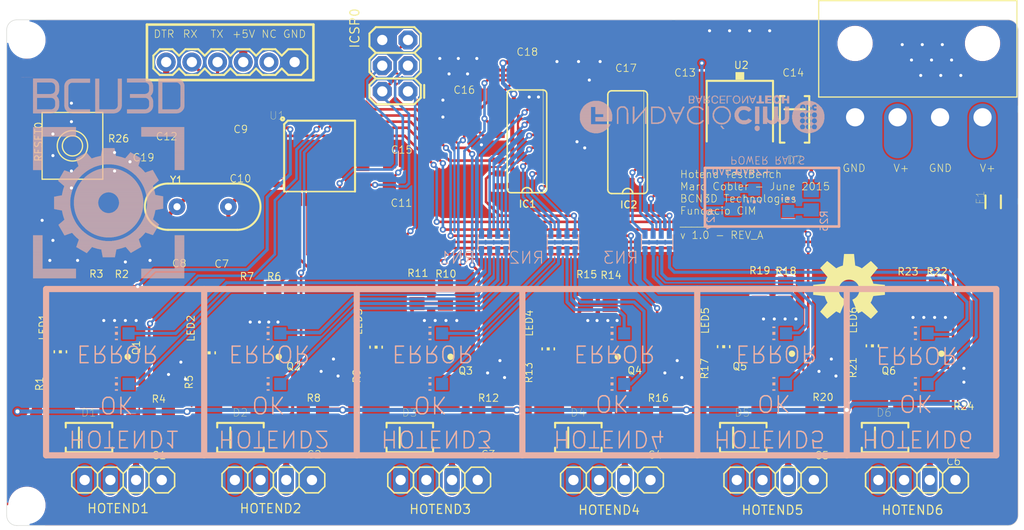
<source format=kicad_pcb>
(kicad_pcb (version 20221018) (generator pcbnew)
  (layers (0 "F.Cu" signal) (31 "B.Cu" signal) (34 "B.Paste" user) (35 "F.Paste" user) (36 "B.SilkS" user "B.Silkscreen") (37 "F.SilkS" user "F.Silkscreen") (38 "B.Mask" user) (39 "F.Mask" user) (44 "Edge.Cuts" user))
  (net 0 "")
  (net 1 "GND")
  (net 2 "N$1")
  (net 3 "H1")
  (net 4 "+24V")
  (net 5 "N$3")
  (net 6 "THERM5")
  (net 7 "+5V")
  (net 8 "N$8")
  (net 9 "H2")
  (net 10 "N$10")
  (net 11 "N$11")
  (net 12 "H3")
  (net 13 "N$13")
  (net 14 "N$14")
  (net 15 "H4")
  (net 16 "N$16")
  (net 17 "N$4")
  (net 18 "H5")
  (net 19 "N$17")
  (net 20 "N$18")
  (net 21 "H6")
  (net 22 "N$20")
  (net 23 "DTR")
  (net 24 "RX")
  (net 25 "TX")
  (net 26 "CTS")
  (net 27 "MISO")
  (net 28 "SCK")
  (net 29 "PWM0")
  (net 30 "PWM1")
  (net 31 "PWM2")
  (net 32 "PWM3")
  (net 33 "PWM5")
  (net 34 "PWM4")
  (net 35 "~{RESET}")
  (net 36 "N$5")
  (net 37 "N$21")
  (net 38 "N$23")
  (net 39 "N$22")
  (net 40 "THERM0")
  (net 41 "THERM1")
  (net 42 "THERM2")
  (net 43 "THERM3")
  (net 44 "THERM4")
  (net 45 "N$6")
  (net 46 "N$24")
  (net 47 "N$25")
  (net 48 "N$26")
  (net 49 "N$27")
  (net 50 "N$28")
  (net 51 "N$29")
  (net 52 "N$30")
  (net 53 "N$31")
  (net 54 "N$32")
  (net 55 "N$33")
  (net 56 "N$34")
  (net 57 "LED0")
  (net 58 "LED1")
  (net 59 "LED2")
  (net 60 "LED3")
  (net 61 "LED4")
  (net 62 "LED5")
  (net 63 "LED6")
  (net 64 "LED7")
  (net 65 "LED8")
  (net 66 "LED9")
  (net 67 "LED10")
  (net 68 "LED11")
  (net 69 "N$35")
  (net 70 "DATA")
  (net 71 "LATCH")
  (net 72 "CLK")
  (net 73 "N$36")
  (net 74 "N$2")
  (net 75 "+24VHE")
  (footprint "working:R0805" (layer "F.Cu") (at 184.0991 116.456 -90)
    (fp_text reference "R21")
    (fp_text value "5k6" hide)
  )
  (footprint "working:C0805K" (layer "F.Cu") (at 146.1261 120.9518)
    (fp_text reference "C3")
    (fp_text value "100n" hide)
  )
  (footprint "working:PTC-1206-WIDE" (layer "F.Cu") (at 196.0371 97.9996 -90)
    (fp_text reference "F1")
    (fp_text value "PTCSMD-W" hide)
  )
  (footprint "working:C0805K" (layer "F.Cu") (at 114.2491 88.8556 90)
    (fp_text reference "C12")
    (fp_text value "100n" hide)
  )
  (footprint "working:R0805" (layer "F.Cu") (at 152.0697 116.9132 -90)
    (fp_text reference "R13")
    (fp_text value "5k6" hide)
  )
  (footprint "working:C0805K" (layer "F.Cu") (at 119.7609 102.1906 180)
    (fp_text reference "C7")
    (fp_text value "22p" hide)
  )
  (footprint "working:C0805K" (layer "F.Cu") (at 113.4871 121.1296)
    (fp_text reference "C1")
    (fp_text value "100n" hide)
  )
  (footprint "working:R0805" (layer "F.Cu") (at 139.0649 107.1088 90)
    (fp_text reference "R11")
    (fp_text value "10k" hide)
  )
  (footprint "working:R0805" (layer "F.Cu") (at 158.1657 107.2866 90)
    (fp_text reference "R14")
    (fp_text value "100" hide)
  )
  (footprint "working:C0805K" (layer "F.Cu") (at 165.6333 82.404 90)
    (fp_text reference "C13")
    (fp_text value "100n" hide)
  )
  (footprint "working:SMA-DIODE" (layer "F.Cu") (at 171.3295 121.3074 180)
    (fp_text reference "D5")
    (fp_text value "MBRA140" hide)
  )
  (footprint "working:C0805K" (layer "F.Cu") (at 149.8853 84.2074)
    (fp_text reference "C18")
    (fp_text value "100n" hide)
  )
  (footprint "working:R0805" (layer "F.Cu") (at 179.0699 118.5642 180)
    (fp_text reference "R20")
    (fp_text value "4k7" hide)
  )
  (footprint "working:SOIC8" (layer "F.Cu") (at 140.4873 114.1192 180)
    (fp_text reference "Q3")
    (fp_text value "MOSFET-N" hide)
  )
  (footprint "working:R0805" (layer "F.Cu") (at 128.7779 118.5388 180)
    (fp_text reference "R8")
    (fp_text value "4k7" hide)
  )
  (footprint "working:C0805K" (layer "F.Cu") (at 137.3631 93.8848)
    (fp_text reference "C15")
    (fp_text value "100n" hide)
  )
  (footprint "working:C0805K" (layer "F.Cu") (at 176.3013 82.3786 90)
    (fp_text reference "C14")
    (fp_text value "330n" hide)
  )
  (footprint "working:C0805K" (layer "F.Cu") (at 159.6643 85.7822)
    (fp_text reference "C17")
    (fp_text value "100n" hide)
  )
  (footprint "working:SMA-DIODE" (layer "F.Cu") (at 106.6435 121.3074 180)
    (fp_text reference "D1")
    (fp_text value "MBRA140" hide)
  )
  (footprint "working:SOIC8" (layer "F.Cu") (at 123.4947 114.1192 180)
    (fp_text reference "Q2")
    (fp_text value "MOSFET-N" hide)
  )
  (footprint "working:R0805" (layer "F.Cu") (at 192.1763 119.4118 180)
    (fp_text reference "R24")
    (fp_text value "4k7" hide)
  )
  (footprint "working:C0805K" (layer "F.Cu") (at 137.3377 96.3232)
    (fp_text reference "C11")
    (fp_text value "100n" hide)
  )
  (footprint "working:R0805" (layer "F.Cu") (at 175.5139 106.9818 90)
    (fp_text reference "R18")
    (fp_text value "100" hide)
  )
  (footprint "working:SMA-DIODE" (layer "F.Cu") (at 176.4029 89.8462 90)
    (fp_text reference "D7")
    (fp_text value "MBRA140" hide)
  )
  (footprint "working:R0805" (layer "F.Cu") (at 141.8843 107.1596 90)
    (fp_text reference "R10")
    (fp_text value "100" hide)
  )
  (footprint "working:SMA-DIODE" (layer "F.Cu") (at 138.3603 121.3074 180)
    (fp_text reference "D3")
    (fp_text value "MBRA140" hide)
  )
  (footprint "working:CHIP-LED0805" (layer "F.Cu") (at 135.0263 112.519)
    (fp_text reference "LED3")
    (fp_text value "")
  )
  (footprint "working:R0805" (layer "F.Cu") (at 155.7273 107.2612 90)
    (fp_text reference "R15")
    (fp_text value "10k" hide)
  )
  (footprint "working:R0805" (layer "F.Cu") (at 122.1739 107.439 90)
    (fp_text reference "R7")
    (fp_text value "10k" hide)
  )
  (footprint "working:C0805K" (layer "F.Cu") (at 192.2017 121.7232)
    (fp_text reference "C6")
    (fp_text value "100n" hide)
  )
  (footprint "working:C0805K" (layer "F.Cu") (at 111.9123 90.8368 -90)
    (fp_text reference "C19")
    (fp_text value "100n" hide)
  )
  (footprint "working:SMA-DIODE" (layer "F.Cu") (at 155.0227 121.3074 180)
    (fp_text reference "D4")
    (fp_text value "MBRA140" hide)
  )
  (footprint "working:R0805" (layer "F.Cu") (at 118.5163 117.218 -90)
    (fp_text reference "R5")
    (fp_text value "5k6" hide)
  )
  (footprint "working:SOIC8" (layer "F.Cu") (at 189.0267 113.8144 180)
    (fp_text reference "Q6")
    (fp_text value "MOSFET-N" hide)
  )
  (footprint "working:R0805" (layer "F.Cu") (at 169.4179 116.6084 -90)
    (fp_text reference "R17")
    (fp_text value "5k6" hide)
  )
  (footprint "working:C0805K" (layer "F.Cu") (at 121.5389 93.8594 180)
    (fp_text reference "C10")
    (fp_text value "100n" hide)
  )
  (footprint "working:R0805" (layer "F.Cu") (at 187.5281 106.9564 90)
    (fp_text reference "R23")
    (fp_text value "10k" hide)
  )
  (footprint "working:R0805" (layer "F.Cu") (at 109.9057 107.312 90)
    (fp_text reference "R2")
    (fp_text value "100" hide)
  )
  (footprint "working:R0805" (layer "F.Cu") (at 146.1261 118.5388 180)
    (fp_text reference "R12")
    (fp_text value "4k7" hide)
  )
  (footprint "working:MOLEX_MINIFIT-JR" (layer "F.Cu") (at 194.9863 82.3372 180)
    (fp_text reference "PC1" hide)
    (fp_text value "POWER INPUT")
  )
  (footprint "working:R0805" (layer "F.Cu") (at 103.7589 117.3196 -90)
    (fp_text reference "R1")
    (fp_text value "5k6" hide)
  )
  (footprint "working:1X04" (layer "F.Cu") (at 174.5011 125.5036)
    (fp_text reference "HOTEND5")
    (fp_text value "")
  )
  (footprint "working:R0805" (layer "F.Cu") (at 109.4231 88.7794 -90)
    (fp_text reference "R26")
    (fp_text value "10k" hide)
  )
  (footprint "working:C0805K" (layer "F.Cu") (at 121.5389 91.8782 180)
    (fp_text reference "C9")
    (fp_text value "100n" hide)
  )
  (footprint "working:SOIC8" (layer "F.Cu") (at 157.0227 114.1192 180)
    (fp_text reference "Q4")
    (fp_text value "MOSFET-N" hide)
  )
  (footprint "working:SMA-DIODE" (layer "F.Cu") (at 185.3503 121.3074 180)
    (fp_text reference "D6")
    (fp_text value "MBRA140" hide)
  )
  (footprint "working:SOIC8" (layer "F.Cu") (at 108.5671 114.1192 180)
    (fp_text reference "Q1")
    (fp_text value "MOSFET-N" hide)
  )
  (footprint "working:1X04" (layer "F.Cu") (at 188.5011 125.5036)
    (fp_text reference "HOTEND6")
    (fp_text value "")
  )
  (footprint "" (layer "F.Cu") (at 100.5011 82.0036)
    (fp_text reference "@HOLE0" hide)
    (fp_text value "")
  )
  (footprint "working:TQFP32-08" (layer "F.Cu") (at 129.4383 93.4784)
    (fp_text reference "U1")
    (fp_text value "ATMEGA328P_TQFP" hide)
  )
  (footprint "working:R0805" (layer "F.Cu") (at 190.4237 106.9818 90)
    (fp_text reference "R22")
    (fp_text value "100" hide)
  )
  (footprint "working:CHIP-LED0805" (layer "F.Cu") (at 103.8097 112.9762)
    (fp_text reference "LED1")
    (fp_text value "")
  )
  (footprint "working:1X04" (layer "F.Cu") (at 110.0251 125.5036)
    (fp_text reference "HOTEND1")
    (fp_text value "")
  )
  (footprint "working:CHIP-LED0805" (layer "F.Cu") (at 169.3925 112.4682)
    (fp_text reference "LED5")
    (fp_text value "")
  )
  (footprint "working:C0805K" (layer "F.Cu") (at 162.6869 121.0788)
    (fp_text reference "C4")
    (fp_text value "100n" hide)
  )
  (footprint "working:SO16" (layer "F.Cu") (at 159.8939 92.1012 90)
    (fp_text reference "IC2")
    (fp_text value "74LS595D" hide)
  )
  (footprint "working:R0805" (layer "F.Cu") (at 107.2895 107.312 90)
    (fp_text reference "R3")
    (fp_text value "10k" hide)
  )
  (footprint "working:C0805K" (layer "F.Cu") (at 143.7385 89.643 90)
    (fp_text reference "C16")
    (fp_text value "100n" hide)
  )
  (footprint "working:EVQ-Q2" (layer "F.Cu") (at 105.0035 92.4624 90)
    (fp_text reference "RESET0")
    (fp_text value "SPST_TACT-EVQQ2" hide)
  )
  (footprint "working:1X04" (layer "F.Cu") (at 141.2631 125.5036)
    (fp_text reference "HOTEND3")
    (fp_text value "")
  )
  (footprint "working:R0805" (layer "F.Cu") (at 172.9231 106.9752 90)
    (fp_text reference "R19")
    (fp_text value "10k" hide)
  )
  (footprint "working:R0805" (layer "F.Cu") (at 113.5379 118.5896 180)
    (fp_text reference "R4")
    (fp_text value "4k7" hide)
  )
  (footprint "working:1X04" (layer "F.Cu") (at 124.8727 125.5036)
    (fp_text reference "HOTEND2")
    (fp_text value "")
  )
  (footprint "working:CHIP-LED0805" (layer "F.Cu") (at 152.0443 112.6902)
    (fp_text reference "LED4")
    (fp_text value "")
  )
  (footprint "" (layer "F.Cu") (at 100.5011 128.0036)
    (fp_text reference "@HOLE1" hide)
    (fp_text value "")
  )
  (footprint "working:OSHW-LOGO-L" (layer "F.Cu") (at 181.7871 106.7032)
    (fp_text reference "U$3" hide)
    (fp_text value "" hide)
  )
  (footprint "working:R0805" (layer "F.Cu") (at 162.7123 118.5388 180)
    (fp_text reference "R16")
    (fp_text value "4k7" hide)
  )
  (footprint "working:CHIP-LED0805" (layer "F.Cu") (at 184.0991 112.3854)
    (fp_text reference "LED6")
    (fp_text value "")
  )
  (footprint "working:SOIC8" (layer "F.Cu") (at 174.2439 113.8144 180)
    (fp_text reference "Q5")
    (fp_text value "MOSFET-N" hide)
  )
  (footprint "working:2X3" (layer "F.Cu") (at 138.1759 87.0776 90)
    (fp_text reference "ICSP0")
    (fp_text value "AVR_SPI_PRG_6PTH" hide)
  )
  (footprint "working:SMA-DIODE" (layer "F.Cu") (at 121.6151 121.3074 180)
    (fp_text reference "D2")
    (fp_text value "MBRA140" hide)
  )
  (footprint "working:R0805" (layer "F.Cu") (at 124.9171 107.4136 90)
    (fp_text reference "R6")
    (fp_text value "100" hide)
  )
  (footprint "working:HC49US" (layer "F.Cu") (at 117.8813 98.4822 180)
    (fp_text reference "Y1")
    (fp_text value "16MHz" hide)
  )
  (footprint "working:1X04" (layer "F.Cu") (at 158.3487 125.5036)
    (fp_text reference "HOTEND4")
    (fp_text value "")
  )
  (footprint "working:R0805" (layer "F.Cu") (at 135.0009 116.7608 -90)
    (fp_text reference "R9")
    (fp_text value "5k6" hide)
  )
  (footprint "working:C0805K" (layer "F.Cu") (at 179.1715 121.1296)
    (fp_text reference "C5")
    (fp_text value "100n" hide)
  )
  (footprint "working:TO-252" (layer "F.Cu") (at 170.9927 88.1952 180)
    (fp_text reference "U2")
    (fp_text value "KA7805ERTF" hide)
  )
  (footprint "working:C0805K" (layer "F.Cu") (at 115.5699 102.216)
    (fp_text reference "C8")
    (fp_text value "22p" hide)
  )
  (footprint "working:SO16" (layer "F.Cu") (at 149.9455 92.0176 90)
    (fp_text reference "IC1")
    (fp_text value "74LS595D" hide)
  )
  (footprint "working:C0805K" (layer "F.Cu") (at 128.7525 120.9772)
    (fp_text reference "C2")
    (fp_text value "100n" hide)
  )
  (footprint "working:FTDI_BASIC" (layer "F.Cu") (at 114.2717 84.182)
    (fp_text reference "JP8" hide)
    (fp_text value "FTDI_BASICPTH" hide)
  )
  (footprint "working:CHIP-LED0805" (layer "F.Cu") (at 118.5163 113.0778)
    (fp_text reference "LED2")
    (fp_text value "")
  )
  (footprint "working:CHIP-LED0805" (layer "B.Cu") (at 174.5011 116.0036 -90)
    (fp_text reference "LED16" hide)
    (fp_text value "")
  )
  (footprint "working:CTS742C083" (layer "B.Cu") (at 153.5011 102.0036)
    (fp_text reference "RN2")
    (fp_text value "CTS742C083" hide)
  )
  (footprint "working:CTS742C083" (layer "B.Cu") (at 162.8153 102.0036)
    (fp_text reference "RN3")
    (fp_text value "CTS742C083" hide)
  )
  (footprint "working:CHIP-LED0805" (layer "B.Cu") (at 158.5011 111.0036 -90)
    (fp_text reference "LED13" hide)
    (fp_text value "")
  )
  (footprint "working:CHIP-LED0805" (layer "B.Cu") (at 158.5011 116.0036 -90)
    (fp_text reference "LED14" hide)
    (fp_text value "")
  )
  (footprint "working:R0805" (layer "B.Cu") (at 178.0539 97.8472 90)
    (fp_text reference "R25")
    (fp_text value "5k6" hide)
  )
  (footprint "working:CTS742C083" (layer "B.Cu") (at 146.6535 102.0036)
    (fp_text reference "RN1")
    (fp_text value "CTS742C083" hide)
  )
  (footprint "working:CHIP-LED0805" (layer "B.Cu") (at 188.5011 116.0036 -90)
    (fp_text reference "LED18" hide)
    (fp_text value "")
  )
  (footprint "working:R0805" (layer "B.Cu") (at 170.2815 97.771 -90)
    (fp_text reference "R27")
    (fp_text value "1k" hide)
  )
  (footprint "working:CHIP-LED0805" (layer "B.Cu") (at 172.4151 97.8472)
    (fp_text reference "+5V0")
    (fp_text value "")
  )
  (footprint "working:CHIP-LED0805" (layer "B.Cu") (at 174.5011 111.0036 -90)
    (fp_text reference "LED15" hide)
    (fp_text value "")
  )
  (footprint "working:BCN3D_LOGO" (layer "B.Cu") (at 101.1131 85.8116)
    (fp_text reference "U$2" hide)
    (fp_text value "" hide)
  )
  (footprint "working:CHIP-LED0805" (layer "B.Cu") (at 124.5011 116.0036 -90)
    (fp_text reference "LED10" hide)
    (fp_text value "")
  )
  (footprint "working:CHIP-LED0805" (layer "B.Cu") (at 109.5011 116.0036 -90)
    (fp_text reference "LED8" hide)
    (fp_text value "")
  )
  (footprint "working:CHIP-LED0805" (layer "B.Cu") (at 140.5011 111.0036 -90)
    (fp_text reference "LED11" hide)
    (fp_text value "")
  )
  (footprint "working:CHIP-LED0805" (layer "B.Cu") (at 188.5011 111.0036 -90)
    (fp_text reference "LED17" hide)
    (fp_text value "")
  )
  (footprint "working:CHIP-LED0805" (layer "B.Cu") (at 124.5011 111.0036 -90)
    (fp_text reference "LED9" hide)
    (fp_text value "")
  )
  (footprint "working:FCIM_LOGO" (layer "B.Cu") (at 153.3423 83.8388)
    (fp_text reference "U$1" hide)
    (fp_text value "" hide)
  )
  (footprint "working:CHIP-LED0805" (layer "B.Cu") (at 140.5011 116.0036 -90)
    (fp_text reference "LED12" hide)
    (fp_text value "")
  )
  (footprint "working:CHIP-LED0805" (layer "B.Cu") (at 109.5011 111.0036 -90)
    (fp_text reference "LED7" hide)
    (fp_text value "")
  )
  (footprint "working:CHIP-LED0805" (layer "B.Cu") (at 175.7679 97.8472 180)
    (fp_text reference "+24V0")
    (fp_text value "")
  )
  (gr_line (start 133.1147 123.06) (end 133.1147 106.6196) (stroke (width 0.6096)) (layer "B.SilkS"))
  (gr_line (start 180.7971 100.438) (end 180.7971 94.6468) (stroke (width 0.254)) (layer "B.SilkS"))
  (gr_line (start 181.5591 123.06) (end 166.7763 123.06) (stroke (width 0.6096)) (layer "B.SilkS"))
  (gr_line (start 167.5383 100.438) (end 180.7971 100.438) (stroke (width 0.254)) (layer "B.SilkS"))
  (gr_line (start 167.5383 94.6468) (end 167.5383 100.438) (stroke (width 0.254)) (layer "B.SilkS"))
  (gr_line (start 166.7763 123.06) (end 166.7763 106.6196) (stroke (width 0.6096)) (layer "B.SilkS"))
  (gr_line (start 102.3967 123.06) (end 102.3967 106.6196) (stroke (width 0.6096)) (layer "B.SilkS"))
  (gr_line (start 133.1147 123.06) (end 118.0271 123.06) (stroke (width 0.6096)) (layer "B.SilkS"))
  (gr_line (start 118.0271 123.06) (end 102.3967 123.06) (stroke (width 0.6096)) (layer "B.SilkS"))
  (gr_line (start 118.0271 106.6196) (end 133.1147 106.6196) (stroke (width 0.6096)) (layer "B.SilkS"))
  (gr_line (start 180.7971 94.6468) (end 167.5383 94.6468) (stroke (width 0.254)) (layer "B.SilkS"))
  (gr_line (start 196.3419 123.06) (end 181.5591 123.06) (stroke (width 0.6096)) (layer "B.SilkS"))
  (gr_line (start 196.3419 106.6196) (end 196.3419 123.06) (stroke (width 0.6096)) (layer "B.SilkS"))
  (gr_line (start 181.5591 106.6196) (end 196.3419 106.6196) (stroke (width 0.6096)) (layer "B.SilkS"))
  (gr_line (start 149.4883 106.6196) (end 166.7763 106.6196) (stroke (width 0.6096)) (layer "B.SilkS"))
  (gr_line (start 181.5591 123.06) (end 181.5591 106.6196) (stroke (width 0.6096)) (layer "B.SilkS"))
  (gr_line (start 166.7763 123.06) (end 149.4883 123.06) (stroke (width 0.6096)) (layer "B.SilkS"))
  (gr_line (start 118.0271 123.06) (end 118.0271 106.6196) (stroke (width 0.6096)) (layer "B.SilkS"))
  (gr_line (start 102.3967 106.6196) (end 118.0271 106.6196) (stroke (width 0.6096)) (layer "B.SilkS"))
  (gr_line (start 149.4883 123.06) (end 149.4883 106.6196) (stroke (width 0.6096)) (layer "B.SilkS"))
  (gr_line (start 166.7763 106.6196) (end 181.5591 106.6196) (stroke (width 0.6096)) (layer "B.SilkS"))
  (gr_line (start 149.4883 123.06) (end 133.1147 123.06) (stroke (width 0.6096)) (layer "B.SilkS"))
  (gr_line (start 133.1147 106.6196) (end 149.4883 106.6196) (stroke (width 0.6096)) (layer "B.SilkS"))
  (gr_line (start 112.3695 85.96) (end 128.8287 85.96) (stroke (width 0.254)) (layer "F.SilkS"))
  (gr_line (start 112.3695 80.4736) (end 112.3695 85.96) (stroke (width 0.254)) (layer "F.SilkS"))
  (gr_line (start 128.8287 80.4736) (end 112.3695 80.4736) (stroke (width 0.254)) (layer "F.SilkS"))
  (gr_line (start 128.8287 85.96) (end 128.8287 80.4736) (stroke (width 0.254)) (layer "F.SilkS"))
  (gr_arc (start 99.5011 130.0036) (mid 98.793993 129.710707) (end 98.5011 129.0036) (stroke (width 0.05)) (layer "Edge.Cuts"))
  (gr_line (start 99.5011 130.0036) (end 197.5011 130.0036) (stroke (width 0.05)) (layer "Edge.Cuts"))
  (gr_line (start 98.5011 81.0036) (end 98.5011 129.0036) (stroke (width 0.05)) (layer "Edge.Cuts"))
  (gr_arc (start 198.5011 129.0036) (mid 198.208207 129.710707) (end 197.5011 130.0036) (stroke (width 0.05)) (layer "Edge.Cuts"))
  (gr_arc (start 197.5011 80.0036) (mid 198.208207 80.296493) (end 198.5011 81.0036) (stroke (width 0.05)) (layer "Edge.Cuts"))
  (gr_line (start 198.5011 129.0036) (end 198.5011 81.0036) (stroke (width 0.05)) (layer "Edge.Cuts"))
  (gr_arc (start 98.5011 81.0036) (mid 98.793993 80.296493) (end 99.5011 80.0036) (stroke (width 0.05)) (layer "Edge.Cuts"))
  (gr_line (start 197.5011 80.0036) (end 99.5011 80.0036) (stroke (width 0.05)) (layer "Edge.Cuts"))
  (gr_text "POWER RAILS" (at 169.9767 93.4276 -180) (layer "B.SilkS") (effects (font (size 0.747776 0.747776) (thickness 0.065024)) (justify left bottom mirror)))
  (gr_text "ERROR" (at 154.4399 112.056 -180) (layer "B.SilkS") (effects (font (size 1.63576 1.63576) (thickness 0.14224)) (justify left bottom mirror)))
  (gr_text "HOTEND1" (at 104.5135 120.4776 -180) (layer "B.SilkS") (effects (font (size 1.63576 1.63576) (thickness 0.14224)) (justify left bottom mirror)))
  (gr_text "HOTEND4" (at 152.4399 120.4776 -180) (layer "B.SilkS") (effects (font (size 1.63576 1.63576) (thickness 0.14224)) (justify left bottom mirror)))
  (gr_text "OK" (at 186.6379 116.962 -180) (layer "B.SilkS") (effects (font (size 1.63576 1.63576) (thickness 0.14224)) (justify left bottom mirror)))
  (gr_text "HOTEND5" (at 168.2915 120.4776 -180) (layer "B.SilkS") (effects (font (size 1.63576 1.63576) (thickness 0.14224)) (justify left bottom mirror)))
  (gr_text "HOTEND2" (at 119.2983 120.4776 -180) (layer "B.SilkS") (effects (font (size 1.63576 1.63576) (thickness 0.14224)) (justify left bottom mirror)))
  (gr_text "OK" (at 156.5923 116.962 -180) (layer "B.SilkS") (effects (font (size 1.63576 1.63576) (thickness 0.14224)) (justify left bottom mirror)))
  (gr_text "HOTEND6" (at 182.9427 120.4776 -180) (layer "B.SilkS") (effects (font (size 1.63576 1.63576) (thickness 0.14224)) (justify left bottom mirror)))
  (gr_text "ERROR" (at 170.4439 112.056 -180) (layer "B.SilkS") (effects (font (size 1.63576 1.63576) (thickness 0.14224)) (justify left bottom mirror)))
  (gr_text "ERROR" (at 184.3331 112.2084 -180) (layer "B.SilkS") (effects (font (size 1.63576 1.63576) (thickness 0.14224)) (justify left bottom mirror)))
  (gr_text "OK" (at 122.6219 117.1144 -180) (layer "B.SilkS") (effects (font (size 1.63576 1.63576) (thickness 0.14224)) (justify left bottom mirror)))
  (gr_text "OK" (at 138.6259 117.1144 -180) (layer "B.SilkS") (effects (font (size 1.63576 1.63576) (thickness 0.14224)) (justify left bottom mirror)))
  (gr_text "OK" (at 172.5963 116.962 -180) (layer "B.SilkS") (effects (font (size 1.63576 1.63576) (thickness 0.14224)) (justify left bottom mirror)))
  (gr_text "ERROR" (at 136.4735 112.056 -180) (layer "B.SilkS") (effects (font (size 1.63576 1.63576) (thickness 0.14224)) (justify left bottom mirror)))
  (gr_text "ERROR" (at 105.2943 112.056 -180) (layer "B.SilkS") (effects (font (size 1.63576 1.63576) (thickness 0.14224)) (justify left bottom mirror)))
  (gr_text "HOTEND3" (at 135.3879 120.4776 -180) (layer "B.SilkS") (effects (font (size 1.63576 1.63576) (thickness 0.14224)) (justify left bottom mirror)))
  (gr_text "ERROR" (at 120.3171 112.056 -180) (layer "B.SilkS") (effects (font (size 1.63576 1.63576) (thickness 0.14224)) (justify left bottom mirror)))
  (gr_text "OK" (at 107.5991 117.1144 -180) (layer "B.SilkS") (effects (font (size 1.63576 1.63576) (thickness 0.14224)) (justify left bottom mirror)))
  (gr_text "NC" (at 123.6471 81.8452) (layer "F.SilkS") (effects (font (size 0.747776 0.747776) (thickness 0.065024)) (justify left bottom)))
  (gr_text "+5V" (at 120.7515 81.8452) (layer "F.SilkS") (effects (font (size 0.747776 0.747776) (thickness 0.065024)) (justify left bottom)))
  (gr_text "V+" (at 194.6655 95.104) (layer "F.SilkS") (effects (font (size 0.747776 0.747776) (thickness 0.065024)) (justify left bottom)))
  (gr_text "GND" (at 125.7807 81.8452) (layer "F.SilkS") (effects (font (size 0.747776 0.747776) (thickness 0.065024)) (justify left bottom)))
  (gr_text "GND" (at 181.1019 95.104) (layer "F.SilkS") (effects (font (size 0.747776 0.747776) (thickness 0.065024)) (justify left bottom)))
  (gr_text "Hotend TestBench\nMarc Cobler - June 2015\nBCN3D Technologies \nFundacio CIM\n___________________\nv 1.0 - REV_A" (at 165.0267 101.7304) (layer "F.SilkS") (effects (font (size 0.747776 0.747776) (thickness 0.065024)) (justify left bottom)))
  (gr_text "V+" (at 186.1311 95.104) (layer "F.SilkS") (effects (font (size 0.747776 0.747776) (thickness 0.065024)) (justify left bottom)))
  (gr_text "DTR" (at 112.9791 81.8452) (layer "F.SilkS") (effects (font (size 0.747776 0.747776) (thickness 0.065024)) (justify left bottom)))
  (gr_text "GND" (at 189.6363 95.104) (layer "F.SilkS") (effects (font (size 0.747776 0.747776) (thickness 0.065024)) (justify left bottom)))
  (gr_text "RX" (at 115.8747 81.8452) (layer "F.SilkS") (effects (font (size 0.747776 0.747776) (thickness 0.065024)) (justify left bottom)))
  (gr_text "TX" (at 118.6179 81.8452) (layer "F.SilkS") (effects (font (size 0.747776 0.747776) (thickness 0.065024)) (justify left bottom)))
  (segment (start 180.137912 123.676788) (end 180.137912 123.676788) (width 0.6096) (layer "F.Cu") (net 1))
  (segment (start 147.041025 123.505075) (end 147.104463 123.351925) (width 0.6096) (layer "F.Cu") (net 1))
  (segment (start 163.500912 124.161388) (end 163.500912 124.161388) (width 0.6096) (layer "F.Cu") (net 1))
  (segment (start 114.1696 125.418526) (end 114.301113 125.317613) (width 0.6096) (layer "F.Cu") (net 1))
  (segment (start 180.302263 123.392125) (end 180.3239 123.227775) (width 0.6096) (layer "F.Cu") (net 1))
  (segment (start 193.2017 124.481488) (end 193.2017 121.7232) (width 0.6096) (layer "F.Cu") (net 1))
  (segment (start 114.402026 125.1861) (end 114.465463 125.03295) (width 0.6096) (layer "F.Cu") (net 1))
  (segment (start 113.8351 125.5036) (end 113.8521 125.5036) (width 0.6096) (layer "F.Cu") (net 1))
  (segment (start 129.566512 124.619788) (end 129.667425 124.488275) (width 0.6096) (layer "F.Cu") (net 1))
  (segment (start 176.1489 111.2144) (end 176.1489 111.9348) (width 0.3048) (layer "F.Cu") (net 1))
  (segment (start 180.238825 123.545275) (end 180.302263 123.392125) (width 0.6096) (layer "F.Cu") (net 1))
  (segment (start 145.0731 125.5036) (end 146.940112 123.636588) (width 0.6096) (layer "F.Cu") (net 1))
  (segment (start 114.465463 125.03295) (end 114.4871 124.8686) (width 0.6096) (layer "F.Cu") (net 1))
  (segment (start 146.940112 123.636588) (end 147.041025 123.505075) (width 0.6096) (layer "F.Cu") (net 1))
  (segment (start 129.7525 124.170775) (end 129.7525 120.9772) (width 0.6096) (layer "F.Cu") (net 1))
  (segment (start 193.108706 124.705994) (end 193.2017 124.481488) (width 0.6096) (layer "F.Cu") (net 1))
  (segment (start 146.940112 123.636588) (end 146.940112 123.636588) (width 0.6096) (layer "F.Cu") (net 1))
  (segment (start 114.01645 125.481963) (end 114.1696 125.418526) (width 0.6096) (layer "F.Cu") (net 1))
  (segment (start 129.566512 124.619788) (end 129.566512 124.619788) (width 0.6096) (layer "F.Cu") (net 1))
  (segment (start 180.3239 123.227775) (end 180.1715 121.1296) (width 0.6096) (layer "F.Cu") (net 1))
  (segment (start 113.8521 125.5036) (end 114.01645 125.481963) (width 0.6096) (layer "F.Cu") (net 1))
  (segment (start 162.1587 125.5036) (end 163.500912 124.161388) (width 0.6096) (layer "F.Cu") (net 1))
  (segment (start 163.6869 123.712375) (end 163.6869 121.0788) (width 0.6096) (layer "F.Cu") (net 1))
  (segment (start 129.730863 124.335125) (end 129.7525 124.170775) (width 0.6096) (layer "F.Cu") (net 1))
  (segment (start 192.3111 125.5036) (end 193.108706 124.705994) (width 0.6096) (layer "F.Cu") (net 1))
  (segment (start 180.137912 123.676788) (end 180.238825 123.545275) (width 0.6096) (layer "F.Cu") (net 1))
  (segment (start 193.108706 124.705994) (end 193.108706 124.705994) (width 0.6096) (layer "F.Cu") (net 1))
  (segment (start 163.601825 124.029875) (end 163.665263 123.876725) (width 0.6096) (layer "F.Cu") (net 1))
  (segment (start 147.104463 123.351925) (end 147.1261 123.187575) (width 0.6096) (layer "F.Cu") (net 1))
  (segment (start 163.500912 124.161388) (end 163.601825 124.029875) (width 0.6096) (layer "F.Cu") (net 1))
  (segment (start 163.665263 123.876725) (end 163.6869 123.712375) (width 0.6096) (layer "F.Cu") (net 1))
  (segment (start 147.1261 123.187575) (end 147.1261 120.9518) (width 0.6096) (layer "F.Cu") (net 1))
  (segment (start 114.4871 124.8686) (end 114.4871 121.1296) (width 0.6096) (layer "F.Cu") (net 1))
  (segment (start 176.1489 111.9348) (end 176.4537 112.2396) (width 0.3048) (layer "F.Cu") (net 1))
  (segment (start 178.3111 125.5036) (end 180.137912 123.676788) (width 0.6096) (layer "F.Cu") (net 1))
  (segment (start 190.9479 110.5632) (end 190.9317 111.2144) (width 0.3048) (layer "F.Cu") (net 1))
  (segment (start 128.6827 125.5036) (end 129.566512 124.619788) (width 0.6096) (layer "F.Cu") (net 1))
  (segment (start 113.8521 125.5036) (end 113.8521 125.5036) (width 0.6096) (layer "F.Cu") (net 1))
  (segment (start 129.667425 124.488275) (end 129.730863 124.335125) (width 0.6096) (layer "F.Cu") (net 1))
  (segment (start 114.301113 125.317613) (end 114.402026 125.1861) (width 0.6096) (layer "F.Cu") (net 1))
  (via (at 104.9019 90.0748) (size 0.6096) (drill 0.3048) (layers "F.Cu" "B.Cu") (net 1))
  (via (at 103.0731 93.4276) (size 0.6096) (drill 0.3048) (layers "F.Cu" "B.Cu") (net 1))
  (via (at 114.5031 115.0684) (size 0.6096) (drill 0.3048) (layers "F.Cu" "B.Cu") (net 1))
  (via (at 167.9955 81.0832) (size 0.6096) (drill 0.3048) (layers "F.Cu" "B.Cu") (net 1))
  (via (at 112.6743 103.7908) (size 0.6096) (drill 0.3048) (layers "F.Cu" "B.Cu") (net 1))
  (via (at 180.0351 113.5444) (size 0.6096) (drill 0.3048) (layers "F.Cu" "B.Cu") (net 1))
  (via (at 116.1795 115.5256) (size 0.6096) (drill 0.3048) (layers "F.Cu" "B.Cu") (net 1))
  (via (at 104.9019 96.628) (size 0.6096) (drill 0.3048) (layers "F.Cu" "B.Cu") (net 1))
  (via (at 143.0019 109.7344) (size 0.6096) (drill 0.3048) (layers "F.Cu" "B.Cu") (net 1))
  (via (at 189.0267 82.4548) (size 0.6096) (drill 0.3048) (layers "F.Cu" "B.Cu") (net 1))
  (via (at 151.0791 87.6364) (size 0.6096) (drill 0.3048) (layers "F.Cu" "B.Cu") (net 1))
  (via (at 155.0415 84.1312) (size 0.6096) (drill 0.3048) (layers "F.Cu" "B.Cu") (net 1))
  (via (at 140.8683 109.7344) (size 0.6096) (drill 0.3048) (layers "F.Cu" "B.Cu") (net 1))
  (via (at 125.3235 109.8868) (size 0.6096) (drill 0.3048) (layers "F.Cu" "B.Cu") (net 1))
  (via (at 175.4631 109.582) (size 0.6096) (drill 0.3048) (layers "F.Cu" "B.Cu") (net 1))
  (via (at 155.9559 109.7344) (size 0.6096) (drill 0.3048) (layers "F.Cu" "B.Cu") (net 1))
  (via (at 164.7951 113.6968) (size 0.6096) (drill 0.3048) (layers "F.Cu" "B.Cu") (net 1))
  (via (at 111.3027 109.7344) (size 0.6096) (drill 0.3048) (layers "F.Cu" "B.Cu") (net 1))
  (via (at 157.1751 84.1312) (size 0.6096) (drill 0.3048) (layers "F.Cu" "B.Cu") (net 1))
  (via (at 102.0063 99.8284) (size 0.6096) (drill 0.3048) (layers "F.Cu" "B.Cu") (net 1))
  (via (at 103.0731 101.8096) (size 0.6096) (drill 0.3048) (layers "F.Cu" "B.Cu") (net 1))
  (via (at 122.5803 109.8868) (size 0.6096) (drill 0.3048) (layers "F.Cu" "B.Cu") (net 1))
  (via (at 165.2523 115.3732) (size 0.6096) (drill 0.3048) (layers "F.Cu" "B.Cu") (net 1))
  (via (at 187.0455 82.4548) (size 0.6096) (drill 0.3048) (layers "F.Cu" "B.Cu") (net 1))
  (via (at 124.4091 109.8868) (size 0.6096) (drill 0.3048) (layers "F.Cu" "B.Cu") (net 1))
  (via (at 141.6303 89.6176) (size 0.6096) (drill 0.3048) (layers "F.Cu" "B.Cu") (net 1))
  (via (at 193.1415 115.8304) (size 0.6096) (drill 0.3048) (layers "F.Cu" "B.Cu") (net 1))
  (via (at 163.5759 114.916) (size 0.6096) (drill 0.3048) (layers "F.Cu" "B.Cu") (net 1))
  (via (at 189.1791 109.4296) (size 0.6096) (drill 0.3048) (layers "F.Cu" "B.Cu") (net 1))
  (via (at 110.2359 103.9432) (size 0.6096) (drill 0.3048) (layers "F.Cu" "B.Cu") (net 1))
  (via (at 139.8015 109.7344) (size 0.6096) (drill 0.3048) (layers "F.Cu" "B.Cu") (net 1))
  (via (at 141.3255 83.8264) (size 0.6096) (drill 0.3048) (layers "F.Cu" "B.Cu") (net 1))
  (via (at 110.6931 94.0372) (size 0.6096) (drill 0.3048) (layers "F.Cu" "B.Cu") (net 1))
  (via (at 143.1543 83.8264) (size 0.6096) (drill 0.3048) (layers "F.Cu" "B.Cu") (net 1))
  (via (at 158.8515 109.7344) (size 0.6096) (drill 0.3048) (layers "F.Cu" "B.Cu") (net 1))
  (via (at 145.4403 92.3608) (size 0.6096) (drill 0.3048) (layers "F.Cu" "B.Cu") (net 1))
  (via (at 156.8703 109.7344) (size 0.6096) (drill 0.3048) (layers "F.Cu" "B.Cu") (net 1))
  (via (at 129.5907 114.7636) (size 0.6096) (drill 0.3048) (layers "F.Cu" "B.Cu") (net 1))
  (via (at 144.9831 83.8264) (size 0.6096) (drill 0.3048) (layers "F.Cu" "B.Cu") (net 1))
  (via (at 105.5115 103.7908) (size 0.6096) (drill 0.3048) (layers "F.Cu" "B.Cu") (net 1))
  (via (at 173.3295 109.582) (size 0.6096) (drill 0.3048) (layers "F.Cu" "B.Cu") (net 1))
  (via (at 156.1083 85.96) (size 0.6096) (drill 0.3048) (layers "F.Cu" "B.Cu") (net 1))
  (via (at 109.1691 93.1228) (size 0.6096) (drill 0.3048) (layers "F.Cu" "B.Cu") (net 1))
  (via (at 178.8159 114.7636) (size 0.6096) (drill 0.3048) (layers "F.Cu" "B.Cu") (net 1))
  (via (at 115.7223 113.8492) (size 0.6096) (drill 0.3048) (layers "F.Cu" "B.Cu") (net 1))
  (via (at 157.9371 109.7344) (size 0.6096) (drill 0.3048) (layers "F.Cu" "B.Cu") (net 1))
  (via (at 176.5299 109.582) (size 0.6096) (drill 0.3048) (layers "F.Cu" "B.Cu") (net 1))
  (via (at 130.8099 113.5444) (size 0.6096) (drill 0.3048) (layers "F.Cu" "B.Cu") (net 1))
  (via (at 155.6511 92.6656) (size 0.6096) (drill 0.3048) (layers "F.Cu" "B.Cu") (net 1))
  (via (at 109.1691 94.9516) (size 0.6096) (drill 0.3048) (layers "F.Cu" "B.Cu") (net 1))
  (via (at 104.9019 88.246) (size 0.6096) (drill 0.3048) (layers "F.Cu" "B.Cu") (net 1))
  (via (at 188.1123 109.4296) (size 0.6096) (drill 0.3048) (layers "F.Cu" "B.Cu") (net 1))
  (via (at 154.8891 92.056) (size 0.6096) (drill 0.3048) (layers "F.Cu" "B.Cu") (net 1))
  (via (at 102.7683 103.7908) (size 0.6096) (drill 0.3048) (layers "F.Cu" "B.Cu") (net 1))
  (via (at 146.0499 114.916) (size 0.6096) (drill 0.3048) (layers "F.Cu" "B.Cu") (net 1))
  (via (at 144.0687 85.3504) (size 0.6096) (drill 0.3048) (layers "F.Cu" "B.Cu") (net 1))
  (via (at 187.9599 83.9788) (size 0.6096) (drill 0.3048) (layers "F.Cu" "B.Cu") (net 1))
  (via (at 189.9411 83.9788) (size 0.6096) (drill 0.3048) (layers "F.Cu" "B.Cu") (net 1))
  (via (at 173.9391 81.0832) (size 0.6096) (drill 0.3048) (layers "F.Cu" "B.Cu") (net 1))
  (via (at 191.3127 109.4296) (size 0.6096) (drill 0.3048) (layers "F.Cu" "B.Cu") (net 1))
  (via (at 169.9767 81.0832) (size 0.6096) (drill 0.3048) (layers "F.Cu" "B.Cu") (net 1))
  (via (at 104.9019 94.9516) (size 0.6096) (drill 0.3048) (layers "F.Cu" "B.Cu") (net 1))
  (via (at 190.8555 85.5028) (size 0.6096) (drill 0.3048) (layers "F.Cu" "B.Cu") (net 1))
  (via (at 171.9579 81.0832) (size 0.6096) (drill 0.3048) (layers "F.Cu" "B.Cu") (net 1))
  (via (at 131.2671 115.2208) (size 0.6096) (drill 0.3048) (layers "F.Cu" "B.Cu") (net 1))
  (via (at 192.8367 85.5028) (size 0.6096) (drill 0.3048) (layers "F.Cu" "B.Cu") (net 1))
  (via (at 180.4923 115.2208) (size 0.6096) (drill 0.3048) (layers "F.Cu" "B.Cu") (net 1))
  (via (at 141.6303 87.9412) (size 0.6096) (drill 0.3048) (layers "F.Cu" "B.Cu") (net 1))
  (via (at 141.9351 109.7344) (size 0.6096) (drill 0.3048) (layers "F.Cu" "B.Cu") (net 1))
  (via (at 147.2691 113.6968) (size 0.6096) (drill 0.3048) (layers "F.Cu" "B.Cu") (net 1))
  (via (at 193.1415 114.4588) (size 0.6096) (drill 0.3048) (layers "F.Cu" "B.Cu") (net 1))
  (via (at 174.3963 109.582) (size 0.6096) (drill 0.3048) (layers "F.Cu" "B.Cu") (net 1))
  (via (at 103.0731 91.294) (size 0.6096) (drill 0.3048) (layers "F.Cu" "B.Cu") (net 1))
  (via (at 150.1647 87.6364) (size 0.6096) (drill 0.3048) (layers "F.Cu" "B.Cu") (net 1))
  (via (at 191.0079 82.4548) (size 0.6096) (drill 0.3048) (layers "F.Cu" "B.Cu") (net 1))
  (via (at 190.2459 109.4296) (size 0.6096) (drill 0.3048) (layers "F.Cu" "B.Cu") (net 1))
  (via (at 123.4947 109.8868) (size 0.6096) (drill 0.3048) (layers "F.Cu" "B.Cu") (net 1))
  (via (at 191.9223 83.9788) (size 0.6096) (drill 0.3048) (layers "F.Cu" "B.Cu") (net 1))
  (via (at 152.9079 84.1312) (size 0.6096) (drill 0.3048) (layers "F.Cu" "B.Cu") (net 1))
  (via (at 110.2359 109.7344) (size 0.6096) (drill 0.3048) (layers "F.Cu" "B.Cu") (net 1))
  (via (at 142.2399 85.3504) (size 0.6096) (drill 0.3048) (layers "F.Cu" "B.Cu") (net 1))
  (via (at 109.1691 109.7344) (size 0.6096) (drill 0.3048) (layers "F.Cu" "B.Cu") (net 1))
  (via (at 108.1023 109.7344) (size 0.6096) (drill 0.3048) (layers "F.Cu" "B.Cu") (net 1))
  (via (at 188.8743 85.5028) (size 0.6096) (drill 0.3048) (layers "F.Cu" "B.Cu") (net 1))
  (via (at 147.7263 115.3732) (size 0.6096) (drill 0.3048) (layers "F.Cu" "B.Cu") (net 1))
  (segment (start 106.683737 108.988075) (end 106.747174 108.834926) (width 0.4064) (layer "F.Cu") (net 2))
  (segment (start 106.6621 109.152425) (end 106.6621 109.152425) (width 0.4064) (layer "F.Cu") (net 2))
  (segment (start 106.6621 111.5192) (end 106.6621 109.152425) (width 0.4064) (layer "F.Cu") (net 2))
  (segment (start 106.747174 108.834926) (end 106.848087 108.703413) (width 0.4064) (layer "F.Cu") (net 2))
  (segment (start 106.6621 109.152425) (end 106.683737 108.988075) (width 0.4064) (layer "F.Cu") (net 2))
  (segment (start 107.2895 108.262) (end 109.9057 108.262) (width 0.4064) (layer "F.Cu") (net 2))
  (segment (start 106.848087 108.703413) (end 107.2895 108.262) (width 0.4064) (layer "F.Cu") (net 2))
  (segment (start 106.251863 114.488675) (end 106.2735 114.653025) (width 0.6096) (layer "F.Cu") (net 3))
  (segment (start 106.087512 114.204013) (end 106.087512 114.204013) (width 0.6096) (layer "F.Cu") (net 3))
  (segment (start 106.087512 114.204013) (end 106.188425 114.335525) (width 0.6096) (layer "F.Cu") (net 3))
  (segment (start 106.2735 114.653025) (end 106.2735 115.678) (width 0.6096) (layer "F.Cu") (net 3))
  (segment (start 106.188425 114.335525) (end 106.251863 114.488675) (width 0.6096) (layer "F.Cu") (net 3))
  (segment (start 103.8097 111.9262) (end 106.087512 114.204013) (width 0.6096) (layer "F.Cu") (net 3))
  (segment (start 185.2167 86.5696) (end 180.7971 86.5696) (width 1.27) (layer "F.Cu") (net 4))
  (segment (start 179.2731 88.0936) (end 179.2731 90.9892) (width 1.27) (layer "F.Cu") (net 4))
  (segment (start 179.2731 90.9892) (end 178.2661 91.9962) (width 1.27) (layer "F.Cu") (net 4))
  (segment (start 180.7971 86.5696) (end 179.2731 88.0936) (width 1.27) (layer "F.Cu") (net 4))
  (segment (start 186.5863 87.9392) (end 185.2167 86.5696) (width 1.27) (layer "F.Cu") (net 4))
  (segment (start 178.0539 95.2564) (end 178.0539 91.9962) (width 0.3556) (layer "F.Cu") (net 4))
  (segment (start 178.0539 91.9962) (end 178.2661 91.9962) (width 0.3556) (layer "F.Cu") (net 4))
  (segment (start 178.2661 91.9962) (end 176.4029 91.9962) (width 1.27) (layer "F.Cu") (net 4))
  (via (at 178.0539 95.2564) (size 0.6096) (drill 0.3048) (layers "F.Cu" "B.Cu") (net 4))
  (segment (start 178.0539 95.2564) (end 178.0539 96.8972) (width 0.3048) (layer "B.Cu") (net 4))
  (segment (start 103.7589 116.3696) (end 103.7589 116.3696) (width 0.6096) (layer "F.Cu") (net 5))
  (segment (start 103.7589 116.3696) (end 103.8097 116.24696) (width 0.6096) (layer "F.Cu") (net 5))
  (segment (start 103.8097 116.24696) (end 103.8097 114.0262) (width 0.6096) (layer "F.Cu") (net 5))
  (segment (start 133.7309 91.4784) (end 137.8523 91.4784) (width 0.254) (layer "F.Cu") (net 6))
  (segment (start 189.7711 125.5036) (end 189.7711 123.285313) (width 0.6096) (layer "F.Cu") (net 6))
  (segment (start 189.7711 123.285313) (end 189.864093 123.060807) (width 0.6096) (layer "F.Cu") (net 6))
  (segment (start 192.0747 118.5634) (end 191.2263 119.4118) (width 0.254) (layer "F.Cu") (net 6))
  (segment (start 191.2263 121.66381) (end 191.2263 119.4118) (width 0.6096) (layer "F.Cu") (net 6))
  (segment (start 191.2017 121.7232) (end 191.2017 121.7232) (width 0.6096) (layer "F.Cu") (net 6))
  (segment (start 192.0747 103.9432) (end 192.0747 118.5634) (width 0.254) (layer "F.Cu") (net 6))
  (segment (start 141.0207 99.9808) (end 188.1123 99.9808) (width 0.254) (layer "F.Cu") (net 6))
  (segment (start 189.7711 123.285313) (end 189.7711 123.285313) (width 0.6096) (layer "F.Cu") (net 6))
  (segment (start 137.8523 91.4784) (end 140.7159 94.342) (width 0.254) (layer "F.Cu") (net 6))
  (segment (start 189.864093 123.060807) (end 191.2017 121.7232) (width 0.6096) (layer "F.Cu") (net 6))
  (segment (start 188.1123 99.9808) (end 192.0747 103.9432) (width 0.254) (layer "F.Cu") (net 6))
  (segment (start 191.2017 121.7232) (end 191.2263 121.66381) (width 0.6096) (layer "F.Cu") (net 6))
  (via (at 140.7159 94.342) (size 0.6096) (drill 0.3048) (layers "F.Cu" "B.Cu") (net 6))
  (via (at 141.0207 99.9808) (size 0.6096) (drill 0.3048) (layers "F.Cu" "B.Cu") (net 6))
  (segment (start 141.0207 99.9808) (end 141.0207 94.6468) (width 0.254) (layer "B.Cu") (net 6))
  (segment (start 141.0207 94.6468) (end 140.7159 94.342) (width 0.254) (layer "B.Cu") (net 6))
  (segment (start 148.4883 89.1604) (end 148.1835 88.8556) (width 0.4064) (layer "F.Cu") (net 7))
  (segment (start 121.8917 81.6138) (end 121.8183 81.5404) (width 0.8128) (layer "F.Cu") (net 7))
  (segment (start 167.2335 84.2836) (end 167.3859 84.1312) (width 0.3048) (layer "F.Cu") (net 7))
  (segment (start 148.9107 118.5388) (end 147.0761 118.5388) (width 0.4064) (layer "F.Cu") (net 7))
  (segment (start 116.4843 90.532) (end 108.8643 98.152) (width 0.4064) (layer "F.Cu") (net 7))
  (segment (start 107.2489 85.6552) (end 105.5115 85.6552) (width 0.6096) (layer "F.Cu") (net 7))
  (segment (start 148.4883 96.0184) (end 148.4883 89.1604) (width 0.4064) (layer "F.Cu") (net 7))
  (segment (start 148.1835 88.8556) (end 148.6407 88.3984) (width 0.4064) (layer "F.Cu") (net 7))
  (segment (start 99.5679 118.726) (end 99.5679 118.1164) (width 0.4064) (layer "F.Cu") (net 7))
  (segment (start 122.5389 91.8782) (end 122.5389 90.9478) (width 0.4064) (layer "F.Cu") (net 7))
  (segment (start 147.1455 96.4626) (end 148.0441 96.4626) (width 0.4064) (layer "F.Cu") (net 7))
  (segment (start 148.1835 88.8556) (end 148.1705 88.8426) (width 0.4064) (layer "F.Cu") (net 7))
  (segment (start 158.6991 85.7474) (end 158.6991 81.9976) (width 0.6096) (layer "F.Cu") (net 7))
  (segment (start 148.9455 118.5736) (end 148.9107 118.5388) (width 0.4064) (layer "F.Cu") (net 7))
  (segment (start 158.6643 88.4332) (end 158.1713 88.9262) (width 0.4064) (layer "F.Cu") (net 7))
  (segment (start 122.8597 91.8782) (end 124.1043 93.1228) (width 0.3048) (layer "F.Cu") (net 7))
  (segment (start 167.3859 84.1312) (end 167.3859 83.8264) (width 0.3048) (layer "F.Cu") (net 7))
  (segment (start 139.3443 85.8076) (end 140.1063 85.0456) (width 0.3048) (layer "F.Cu") (net 7))
  (segment (start 122.5389 90.9478) (end 122.1231 90.532) (width 0.4064) (layer "F.Cu") (net 7))
  (segment (start 123.3579 94.6784) (end 125.1457 94.6784) (width 0.3048) (layer "F.Cu") (net 7))
  (segment (start 125.1141 94.6468) (end 125.1457 94.6784) (width 0.4064) (layer "F.Cu") (net 7))
  (segment (start 135.8391 95.4784) (end 133.7309 95.4784) (width 0.254) (layer "F.Cu") (net 7))
  (segment (start 122.4025 91.8782) (end 122.5389 91.8782) (width 0.3048) (layer "F.Cu") (net 7))
  (segment (start 125.1013 93.1228) (end 125.1457 93.0784) (width 0.4064) (layer "F.Cu") (net 7))
  (segment (start 148.1705 88.8426) (end 147.1455 88.8426) (width 0.4064) (layer "F.Cu") (net 7))
  (segment (start 131.7243 118.5736) (end 131.6895 118.5388) (width 0.4064) (layer "F.Cu") (net 7))
  (segment (start 135.6359 87.0776) (end 136.9059 85.8076) (width 0.3048) (layer "F.Cu") (net 7))
  (segment (start 122.5389 91.8782) (end 122.8597 91.8782) (width 0.3048) (layer "F.Cu") (net 7))
  (segment (start 136.3377 95.977) (end 136.3377 96.3232) (width 0.254) (layer "F.Cu") (net 7))
  (segment (start 109.4231 87.8294) (end 107.2489 85.6552) (width 0.6096) (layer "F.Cu") (net 7))
  (segment (start 147.5739 84.2836) (end 147.6501 84.2074) (width 0.4064) (layer "F.Cu") (net 7))
  (segment (start 181.5591 118.5736) (end 181.5497 118.5642) (width 0.4064) (layer "F.Cu") (net 7))
  (segment (start 158.6643 96.0532) (end 158.6643 88.4332) (width 0.4064) (layer "F.Cu") (net 7))
  (segment (start 114.4879 118.5896) (end 114.6243 118.726) (width 0.4064) (layer "F.Cu") (net 7))
  (segment (start 158.6643 85.7822) (end 158.6991 85.7474) (width 0.6096) (layer "F.Cu") (net 7))
  (segment (start 124.1043 93.1228) (end 125.1013 93.1228) (width 0.3048) (layer "F.Cu") (net 7))
  (segment (start 122.5389 91.8782) (end 122.5389 93.8594) (width 0.4064) (layer "F.Cu") (net 7))
  (segment (start 158.6643 85.7822) (end 158.6643 88.4332) (width 0.4064) (layer "F.Cu") (net 7))
  (segment (start 131.6895 118.5388) (end 129.7279 118.5388) (width 0.4064) (layer "F.Cu") (net 7))
  (segment (start 121.8917 84.182) (end 121.8917 81.6138) (width 0.8128) (layer "F.Cu") (net 7))
  (segment (start 122.1231 90.532) (end 116.4843 90.532) (width 0.4064) (layer "F.Cu") (net 7))
  (segment (start 148.0441 96.4626) (end 148.4883 96.0184) (width 0.4064) (layer "F.Cu") (net 7))
  (segment (start 114.6243 118.726) (end 116.3319 118.726) (width 0.4064) (layer "F.Cu") (net 7))
  (segment (start 181.5497 118.5642) (end 180.0199 118.5642) (width 0.4064) (layer "F.Cu") (net 7))
  (segment (start 122.5389 93.8594) (end 123.3579 94.6784) (width 0.3048) (layer "F.Cu") (net 7))
  (segment (start 165.6747 118.5388) (end 163.6623 118.5388) (width 0.4064) (layer "F.Cu") (net 7))
  (segment (start 165.7095 118.5736) (end 165.6747 118.5388) (width 0.4064) (layer "F.Cu") (net 7))
  (segment (start 193.1263 117.9792) (end 193.1263 119.4118) (width 0.4064) (layer "F.Cu") (net 7))
  (segment (start 140.1063 85.0456) (end 140.1063 82.15) (width 0.3048) (layer "F.Cu") (net 7))
  (segment (start 136.9059 85.8076) (end 139.3443 85.8076) (width 0.3048) (layer "F.Cu") (net 7))
  (segment (start 158.1713 88.9262) (end 157.0939 88.9262) (width 0.4064) (layer "F.Cu") (net 7))
  (segment (start 148.8853 84.2074) (end 148.7931 84.1152) (width 0.4064) (layer "F.Cu") (net 7))
  (segment (start 148.6407 88.3984) (end 148.6407 87.3316) (width 0.4064) (layer "F.Cu") (net 7))
  (segment (start 147.6501 84.2074) (end 148.8853 84.2074) (width 0.4064) (layer "F.Cu") (net 7))
  (segment (start 108.8643 98.152) (end 100.1775 98.152) (width 0.4064) (layer "F.Cu") (net 7))
  (segment (start 148.7931 84.1152) (end 148.7931 82.15) (width 0.4064) (layer "F.Cu") (net 7))
  (segment (start 136.3377 95.977) (end 135.8391 95.4784) (width 0.254) (layer "F.Cu") (net 7))
  (segment (start 193.1415 117.964) (end 193.1263 117.9792) (width 0.4064) (layer "F.Cu") (net 7))
  (segment (start 137.2107 95.104) (end 136.3377 95.977) (width 0.254) (layer "F.Cu") (net 7))
  (segment (start 158.1713 96.5462) (end 158.6643 96.0532) (width 0.4064) (layer "F.Cu") (net 7))
  (segment (start 157.0939 96.5462) (end 158.1713 96.5462) (width 0.4064) (layer "F.Cu") (net 7))
  (via (at 137.2107 95.104) (size 0.6096) (drill 0.3048) (layers "F.Cu" "B.Cu") (net 7))
  (via (at 165.7095 118.5736) (size 0.7112) (drill 0.4064) (layers "F.Cu" "B.Cu") (net 7))
  (via (at 148.6407 87.3316) (size 0.7112) (drill 0.4064) (layers "F.Cu" "B.Cu") (net 7))
  (via (at 131.7243 118.5736) (size 0.7112) (drill 0.4064) (layers "F.Cu" "B.Cu") (net 7))
  (via (at 116.3319 118.726) (size 0.7112) (drill 0.4064) (layers "F.Cu" "B.Cu") (net 7))
  (via (at 99.5679 118.726) (size 0.7112) (drill 0.4064) (layers "F.Cu" "B.Cu") (net 7))
  (via (at 181.5591 118.5736) (size 0.7112) (drill 0.4064) (layers "F.Cu" "B.Cu") (net 7))
  (via (at 167.2335 84.2836) (size 0.6096) (drill 0.3048) (layers "F.Cu" "B.Cu") (net 7))
  (via (at 193.1415 117.964) (size 0.7112) (drill 0.4064) (layers "F.Cu" "B.Cu") (net 7))
  (via (at 147.5739 84.2836) (size 0.7112) (drill 0.4064) (layers "F.Cu" "B.Cu") (net 7))
  (via (at 148.9455 118.5736) (size 0.7112) (drill 0.4064) (layers "F.Cu" "B.Cu") (net 7))
  (segment (start 147.5739 86.2648) (end 147.5739 84.2836) (width 0.4064) (layer "B.Cu") (net 7))
  (segment (start 167.5383 98.6092) (end 167.2335 98.3044) (width 0.3048) (layer "B.Cu") (net 7))
  (segment (start 137.6679 89.6176) (end 137.6679 94.6468) (width 0.254) (layer "B.Cu") (net 7))
  (segment (start 167.2335 98.3044) (end 167.2335 84.2836) (width 0.3048) (layer "B.Cu") (net 7))
  (segment (start 116.4843 118.5736) (end 131.7243 118.5736) (width 0.4064) (layer "B.Cu") (net 7))
  (segment (start 148.9455 118.5736) (end 165.7095 118.5736) (width 0.4064) (layer "B.Cu") (net 7))
  (segment (start 131.7243 118.5736) (end 148.9455 118.5736) (width 0.4064) (layer "B.Cu") (net 7))
  (segment (start 170.2815 98.721) (end 170.1697 98.6092) (width 0.3048) (layer "B.Cu") (net 7))
  (segment (start 181.5591 118.5736) (end 182.1687 117.964) (width 0.4064) (layer "B.Cu") (net 7))
  (segment (start 182.1687 117.964) (end 193.1415 117.964) (width 0.4064) (layer "B.Cu") (net 7))
  (segment (start 135.6359 87.5856) (end 137.6679 89.6176) (width 0.254) (layer "B.Cu") (net 7))
  (segment (start 148.6407 87.3316) (end 147.5739 86.2648) (width 0.4064) (layer "B.Cu") (net 7))
  (segment (start 116.3319 118.726) (end 116.4843 118.5736) (width 0.4064) (layer "B.Cu") (net 7))
  (segment (start 116.3319 118.726) (end 99.5679 118.726) (width 0.4064) (layer "B.Cu") (net 7))
  (segment (start 137.6679 94.6468) (end 137.2107 95.104) (width 0.254) (layer "B.Cu") (net 7))
  (segment (start 135.6359 87.0776) (end 135.6359 87.5856) (width 0.254) (layer "B.Cu") (net 7))
  (segment (start 165.7095 118.5736) (end 181.5591 118.5736) (width 0.4064) (layer "B.Cu") (net 7))
  (segment (start 170.1697 98.6092) (end 167.5383 98.6092) (width 0.3048) (layer "B.Cu") (net 7))
  (segment (start 124.926046 108.477801) (end 124.9171 108.3636) (width 0.4064) (layer "F.Cu") (net 8))
  (segment (start 121.5897 108.9732) (end 121.5897 111.5192) (width 0.4064) (layer "F.Cu") (net 8))
  (segment (start 124.90513 108.590426) (end 124.926046 108.477801) (width 0.4064) (layer "F.Cu") (net 8))
  (segment (start 124.855778 108.6938) (end 124.855778 108.6938) (width 0.4064) (layer "F.Cu") (net 8))
  (segment (start 122.1993 108.3636) (end 124.9171 108.3636) (width 0.4064) (layer "F.Cu") (net 8))
  (segment (start 124.855778 108.6938) (end 124.90513 108.590426) (width 0.4064) (layer "F.Cu") (net 8))
  (segment (start 122.1739 108.389) (end 121.5897 108.9732) (width 0.4064) (layer "F.Cu") (net 8))
  (segment (start 122.1739 108.389) (end 122.1993 108.3636) (width 0.4064) (layer "F.Cu") (net 8))
  (segment (start 124.2729 115.8972) (end 124.1297 116.7192) (width 0.3048) (layer "F.Cu") (net 9))
  (segment (start 125.3997 116.7192) (end 125.4759 115.8972) (width 0.4064) (layer "F.Cu") (net 9))
  (segment (start 118.5163 112.0278) (end 121.175112 114.686613) (width 0.6096) (layer "F.Cu") (net 9))
  (segment (start 121.175112 114.686613) (end 121.276025 114.818125) (width 0.6096) (layer "F.Cu") (net 9))
  (segment (start 121.276025 114.818125) (end 121.339463 114.971275) (width 0.6096) (layer "F.Cu") (net 9))
  (segment (start 121.175112 114.686613) (end 121.175112 114.686613) (width 0.6096) (layer "F.Cu") (net 9))
  (segment (start 121.339463 114.971275) (end 121.3611 115.135625) (width 0.6096) (layer "F.Cu") (net 9))
  (segment (start 121.3611 115.135625) (end 121.3611 115.5256) (width 0.6096) (layer "F.Cu") (net 9))
  (segment (start 118.5163 116.268) (end 118.5163 114.1278) (width 0.6096) (layer "F.Cu") (net 10))
  (segment (start 139.0649 108.0588) (end 141.8335 108.0588) (width 0.3556) (layer "F.Cu") (net 11))
  (segment (start 141.761659 108.3636) (end 141.8843 108.1096) (width 0.4064) (layer "F.Cu") (net 11))
  (segment (start 138.5823 108.5414) (end 139.0649 108.0588) (width 0.3556) (layer "F.Cu") (net 11))
  (segment (start 138.5823 111.5192) (end 138.5823 108.5414) (width 0.3556) (layer "F.Cu") (net 11))
  (segment (start 141.761659 108.3636) (end 141.761659 108.3636) (width 0.4064) (layer "F.Cu") (net 11))
  (segment (start 141.8335 108.0588) (end 141.8843 108.1096) (width 0.3556) (layer "F.Cu") (net 11))
  (segment (start 138.091512 114.534213) (end 138.192425 114.665725) (width 0.6096) (layer "F.Cu") (net 12))
  (segment (start 138.2775 114.983225) (end 138.2775 115.3732) (width 0.6096) (layer "F.Cu") (net 12))
  (segment (start 138.255863 114.818875) (end 138.2775 114.983225) (width 0.6096) (layer "F.Cu") (net 12))
  (segment (start 138.091512 114.534213) (end 138.091512 114.534213) (width 0.6096) (layer "F.Cu") (net 12))
  (segment (start 138.192425 114.665725) (end 138.255863 114.818875) (width 0.6096) (layer "F.Cu") (net 12))
  (segment (start 135.0263 111.469) (end 138.091512 114.534213) (width 0.6096) (layer "F.Cu") (net 12))
  (segment (start 135.0009 115.8108) (end 135.0009 115.8108) (width 0.6096) (layer "F.Cu") (net 13))
  (segment (start 135.0263 115.749479) (end 135.0263 113.569) (width 0.6096) (layer "F.Cu") (net 13))
  (segment (start 135.0009 115.8108) (end 135.0263 115.749479) (width 0.6096) (layer "F.Cu") (net 13))
  (segment (start 155.1177 108.8208) (end 155.7273 108.2112) (width 0.3556) (layer "F.Cu") (net 14))
  (segment (start 158.1403 108.2112) (end 158.1657 108.2366) (width 0.3556) (layer "F.Cu") (net 14))
  (segment (start 158.104378 108.516) (end 158.104378 108.516) (width 0.4064) (layer "F.Cu") (net 14))
  (segment (start 155.7273 108.2112) (end 158.1403 108.2112) (width 0.3556) (layer "F.Cu") (net 14))
  (segment (start 155.1177 111.5192) (end 155.1177 108.8208) (width 0.3556) (layer "F.Cu") (net 14))
  (segment (start 158.104378 108.516) (end 158.1657 108.2366) (width 0.4064) (layer "F.Cu") (net 14))
  (segment (start 154.956425 114.582925) (end 155.019863 114.736075) (width 0.6096) (layer "F.Cu") (net 15))
  (segment (start 154.855512 114.451413) (end 154.956425 114.582925) (width 0.6096) (layer "F.Cu") (net 15))
  (segment (start 152.0443 111.6402) (end 154.855512 114.451413) (width 0.6096) (layer "F.Cu") (net 15))
  (segment (start 155.019863 114.736075) (end 155.0415 114.900425) (width 0.6096) (layer "F.Cu") (net 15))
  (segment (start 155.0415 114.900425) (end 155.0415 115.3732) (width 0.6096) (layer "F.Cu") (net 15))
  (segment (start 154.855512 114.451413) (end 154.855512 114.451413) (width 0.6096) (layer "F.Cu") (net 15))
  (segment (start 152.0443 115.901879) (end 152.0443 113.7402) (width 0.6096) (layer "F.Cu") (net 16))
  (segment (start 152.069699 115.9632) (end 152.0443 115.901879) (width 0.6096) (layer "F.Cu") (net 16))
  (segment (start 152.0697 115.9632) (end 152.069699 115.9632) (width 0.6096) (layer "F.Cu") (net 16))
  (segment (start 172.3389 111.2144) (end 172.3389 108.5094) (width 0.3556) (layer "F.Cu") (net 17))
  (segment (start 175.5073 107.9252) (end 175.5139 107.9318) (width 0.3556) (layer "F.Cu") (net 17))
  (segment (start 175.497965 108.3824) (end 175.463437 108.232539) (width 0.4064) (layer "F.Cu") (net 17))
  (segment (start 175.463437 108.232539) (end 175.468872 108.078848) (width 0.4064) (layer "F.Cu") (net 17))
  (segment (start 175.497965 108.3824) (end 175.497965 108.3824) (width 0.4064) (layer "F.Cu") (net 17))
  (segment (start 172.3389 108.5094) (end 172.9231 107.9252) (width 0.3556) (layer "F.Cu") (net 17))
  (segment (start 172.9231 107.9252) (end 175.5073 107.9252) (width 0.3556) (layer "F.Cu") (net 17))
  (segment (start 175.468872 108.078848) (end 175.5139 107.9318) (width 0.4064) (layer "F.Cu") (net 17))
  (segment (start 172.1103 114.399025) (end 172.1103 115.2208) (width 0.6096) (layer "F.Cu") (net 18))
  (segment (start 172.025225 114.081525) (end 172.088663 114.234675) (width 0.6096) (layer "F.Cu") (net 18))
  (segment (start 171.924312 113.950013) (end 172.025225 114.081525) (width 0.6096) (layer "F.Cu") (net 18))
  (segment (start 171.924312 113.950013) (end 171.924312 113.950013) (width 0.6096) (layer "F.Cu") (net 18))
  (segment (start 172.088663 114.234675) (end 172.1103 114.399025) (width 0.6096) (layer "F.Cu") (net 18))
  (segment (start 169.3925 111.4182) (end 171.924312 113.950013) (width 0.6096) (layer "F.Cu") (net 18))
  (segment (start 169.4179 115.6584) (end 169.417899 115.6584) (width 0.6096) (layer "F.Cu") (net 19))
  (segment (start 169.3925 115.597079) (end 169.3925 113.5182) (width 0.6096) (layer "F.Cu") (net 19))
  (segment (start 169.417899 115.6584) (end 169.3925 115.597079) (width 0.6096) (layer "F.Cu") (net 19))
  (segment (start 190.514778 107.9064) (end 190.4237 107.9318) (width 0.4064) (layer "F.Cu") (net 20))
  (segment (start 187.143337 108.563875) (end 187.206774 108.410726) (width 0.4064) (layer "F.Cu") (net 20))
  (segment (start 187.1217 108.728225) (end 187.1217 108.728225) (width 0.4064) (layer "F.Cu") (net 20))
  (segment (start 187.307687 108.279213) (end 187.5281 107.9064) (width 0.4064) (layer "F.Cu") (net 20))
  (segment (start 187.206774 108.410726) (end 187.307687 108.279213) (width 0.4064) (layer "F.Cu") (net 20))
  (segment (start 187.1217 111.2144) (end 187.1217 108.728225) (width 0.4064) (layer "F.Cu") (net 20))
  (segment (start 187.1217 108.728225) (end 187.143337 108.563875) (width 0.4064) (layer "F.Cu") (net 20))
  (segment (start 187.5281 107.9064) (end 190.514778 107.9064) (width 0.4064) (layer "F.Cu") (net 20))
  (segment (start 190.514778 107.9064) (end 190.514778 107.9064) (width 0.4064) (layer "F.Cu") (net 20))
  (segment (start 184.0991 111.3354) (end 186.402312 113.638613) (width 0.6096) (layer "F.Cu") (net 21))
  (segment (start 186.503225 113.770125) (end 186.566663 113.923275) (width 0.6096) (layer "F.Cu") (net 21))
  (segment (start 186.402312 113.638613) (end 186.503225 113.770125) (width 0.6096) (layer "F.Cu") (net 21))
  (segment (start 186.5883 114.087625) (end 186.5883 115.0684) (width 0.6096) (layer "F.Cu") (net 21))
  (segment (start 186.402312 113.638613) (end 186.402312 113.638613) (width 0.6096) (layer "F.Cu") (net 21))
  (segment (start 186.566663 113.923275) (end 186.5883 114.087625) (width 0.6096) (layer "F.Cu") (net 21))
  (segment (start 184.0991 115.506) (end 184.0991 113.4354) (width 0.6096) (layer "F.Cu") (net 22))
  (segment (start 114.2491 87.8556) (end 114.2717 87.833) (width 0.6096) (layer "F.Cu") (net 23))
  (segment (start 114.2717 87.833) (end 114.2717 84.182) (width 0.6096) (layer "F.Cu") (net 23))
  (segment (start 127.4383 89.1858) (end 127.4383 88.2272) (width 0.3048) (layer "F.Cu") (net 24))
  (segment (start 119.9133 87.4078) (end 120.2943 87.7888) (width 0.3048) (layer "F.Cu") (net 24))
  (segment (start 116.8117 84.182) (end 116.8117 84.3062) (width 0.3048) (layer "F.Cu") (net 24))
  (segment (start 127.1523 87.9412) (end 120.4467 87.9412) (width 0.3048) (layer "F.Cu") (net 24))
  (segment (start 127.4383 88.2272) (end 127.1523 87.9412) (width 0.3048) (layer "F.Cu") (net 24))
  (segment (start 120.4467 87.9412) (end 120.2943 87.7888) (width 0.3048) (layer "F.Cu") (net 24))
  (segment (start 116.8117 84.3062) (end 119.9133 87.4078) (width 0.3048) (layer "F.Cu") (net 24))
  (segment (start 127.3047 87.1792) (end 128.2191 88.0936) (width 0.3048) (layer "F.Cu") (net 25))
  (segment (start 119.3517 85.627) (end 120.9039 87.1792) (width 0.3048) (layer "F.Cu") (net 25))
  (segment (start 128.2191 89.1666) (end 128.2383 89.1858) (width 0.3048) (layer "F.Cu") (net 25))
  (segment (start 119.3517 84.182) (end 119.3517 85.627) (width 0.3048) (layer "F.Cu") (net 25))
  (segment (start 128.2191 88.0936) (end 128.2191 89.1666) (width 0.3048) (layer "F.Cu") (net 25))
  (segment (start 120.9039 87.1792) (end 127.3047 87.1792) (width 0.3048) (layer "F.Cu") (net 25))
  (segment (start 137.9727 101.3524) (end 138.4299 100.8952) (width 0.254) (layer "F.Cu") (net 27))
  (segment (start 132.2383 100.952) (end 132.6387 101.3524) (width 0.254) (layer "F.Cu") (net 27))
  (segment (start 132.6387 101.3524) (end 137.9727 101.3524) (width 0.254) (layer "F.Cu") (net 27))
  (segment (start 132.2383 100.952) (end 132.2383 97.771) (width 0.254) (layer "F.Cu") (net 27))
  (via (at 138.4299 100.8952) (size 0.6096) (drill 0.3048) (layers "F.Cu" "B.Cu") (net 27))
  (segment (start 138.1759 87.0776) (end 138.8871 87.7888) (width 0.254) (layer "B.Cu") (net 27))
  (segment (start 138.8871 87.7888) (end 138.8871 100.438) (width 0.254) (layer "B.Cu") (net 27))
  (segment (start 138.4299 100.8952) (end 138.8871 100.438) (width 0.254) (layer "B.Cu") (net 27))
  (segment (start 134.9247 96.3232) (end 133.7757 96.3232) (width 0.254) (layer "F.Cu") (net 28))
  (segment (start 133.7757 96.3232) (end 133.7757 96.3232) (width 0.254) (layer "F.Cu") (net 28))
  (segment (start 133.7757 96.3232) (end 133.7309 96.2784) (width 0.254) (layer "F.Cu") (net 28))
  (segment (start 133.2931 96.2784) (end 133.7309 96.2784) (width 0.254) (layer "F.Cu") (net 28))
  (via (at 134.9247 96.3232) (size 0.6096) (drill 0.3048) (layers "F.Cu" "B.Cu") (net 28))
  (segment (start 136.9059 87.9412) (end 138.2775 89.3128) (width 0.254) (layer "B.Cu") (net 28))
  (segment (start 138.2775 96.1708) (end 137.9727 96.4756) (width 0.254) (layer "B.Cu") (net 28))
  (segment (start 137.9727 96.4756) (end 137.0583 96.4756) (width 0.254) (layer "B.Cu") (net 28))
  (segment (start 138.1759 84.5376) (end 136.9059 85.8076) (width 0.254) (layer "B.Cu") (net 28))
  (segment (start 136.9059 85.8076) (end 136.9059 87.9412) (width 0.254) (layer "B.Cu") (net 28))
  (segment (start 136.9059 96.3232) (end 134.9247 96.3232) (width 0.254) (layer "B.Cu") (net 28))
  (segment (start 138.2775 89.3128) (end 138.2775 96.1708) (width 0.254) (layer "B.Cu") (net 28))
  (segment (start 137.0583 96.4756) (end 136.9059 96.3232) (width 0.254) (layer "B.Cu") (net 28))
  (segment (start 125.1397 90.6844) (end 126.3903 90.6844) (width 0.3048) (layer "F.Cu") (net 29))
  (segment (start 111.4551 106.3816) (end 109.9253 106.3816) (width 0.3048) (layer "F.Cu") (net 29))
  (segment (start 109.9253 106.3816) (end 109.9057 106.362) (width 0.3048) (layer "F.Cu") (net 29))
  (segment (start 125.1457 90.6784) (end 125.1397 90.6844) (width 0.3048) (layer "F.Cu") (net 29))
  (segment (start 126.3903 90.6844) (end 126.5427 90.8368) (width 0.3048) (layer "F.Cu") (net 29))
  (via (at 111.4551 106.3816) (size 0.6096) (drill 0.3048) (layers "F.Cu" "B.Cu") (net 29))
  (via (at 126.5427 90.8368) (size 0.6096) (drill 0.3048) (layers "F.Cu" "B.Cu") (net 29))
  (segment (start 126.5427 90.8368) (end 126.5427 95.2564) (width 0.3048) (layer "B.Cu") (net 29))
  (segment (start 113.1315 104.7052) (end 111.4551 106.3816) (width 0.3048) (layer "B.Cu") (net 29))
  (segment (start 126.5427 95.2564) (end 124.2567 97.5424) (width 0.3048) (layer "B.Cu") (net 29))
  (segment (start 122.2755 104.7052) (end 113.1315 104.7052) (width 0.3048) (layer "B.Cu") (net 29))
  (segment (start 124.2567 102.724) (end 122.2755 104.7052) (width 0.3048) (layer "B.Cu") (net 29))
  (segment (start 124.2567 97.5424) (end 124.2567 102.724) (width 0.3048) (layer "B.Cu") (net 29))
  (segment (start 126.6383 97.771) (end 126.6383 105.0472) (width 0.254) (layer "F.Cu") (net 30))
  (segment (start 126.6383 105.0472) (end 124.9171 106.4636) (width 0.254) (layer "F.Cu") (net 30))
  (segment (start 141.8843 106.2096) (end 141.8843 106.1784) (width 0.254) (layer "F.Cu") (net 31))
  (segment (start 140.6847 105.01) (end 128.8287 105.01) (width 0.254) (layer "F.Cu") (net 31))
  (segment (start 140.6847 105.01) (end 141.8843 106.2096) (width 0.254) (layer "F.Cu") (net 31))
  (segment (start 127.4383 103.6196) (end 128.8287 105.01) (width 0.254) (layer "F.Cu") (net 31))
  (segment (start 127.4383 97.771) (end 127.4383 103.6196) (width 0.254) (layer "F.Cu") (net 31))
  (segment (start 130.8099 103.1812) (end 129.8383 102.2096) (width 0.254) (layer "F.Cu") (net 32))
  (segment (start 129.8383 102.2096) (end 129.8383 97.771) (width 0.254) (layer "F.Cu") (net 32))
  (segment (start 130.8099 103.1812) (end 155.1627 103.1812) (width 0.254) (layer "F.Cu") (net 32))
  (segment (start 155.1627 103.1812) (end 158.1657 106.3366) (width 0.254) (layer "F.Cu") (net 32))
  (segment (start 131.4195 96.1708) (end 131.4383 96.1896) (width 0.254) (layer "F.Cu") (net 33))
  (segment (start 190.3983 104.8576) (end 190.3983 106.1588) (width 0.254) (layer "F.Cu") (net 33))
  (segment (start 132.0291 101.962) (end 187.8075 101.962) (width 0.254) (layer "F.Cu") (net 33))
  (segment (start 131.4383 101.3712) (end 131.4383 97.771) (width 0.254) (layer "F.Cu") (net 33))
  (segment (start 131.4383 96.1896) (end 131.4383 97.771) (width 0.254) (layer "F.Cu") (net 33))
  (segment (start 190.3983 106.1588) (end 190.4237 106.0318) (width 0.254) (layer "F.Cu") (net 33))
  (segment (start 187.8075 101.962) (end 190.3983 104.8576) (width 0.254) (layer "F.Cu") (net 33))
  (segment (start 132.0291 101.962) (end 131.4383 101.3712) (width 0.254) (layer "F.Cu") (net 33))
  (via (at 131.4195 96.1708) (size 0.6096) (drill 0.3048) (layers "F.Cu" "B.Cu") (net 33))
  (segment (start 134.1627 86.0108) (end 134.1627 87.7888) (width 0.254) (layer "B.Cu") (net 33))
  (segment (start 134.1627 87.7888) (end 137.0583 90.6844) (width 0.254) (layer "B.Cu") (net 33))
  (segment (start 131.4195 96.0184) (end 131.4195 96.1708) (width 0.254) (layer "B.Cu") (net 33))
  (segment (start 135.6359 84.5376) (end 134.1627 86.0108) (width 0.254) (layer "B.Cu") (net 33))
  (segment (start 132.7911 94.7992) (end 131.4195 96.1708) (width 0.254) (layer "B.Cu") (net 33))
  (segment (start 137.0583 94.342) (end 136.6011 94.7992) (width 0.254) (layer "B.Cu") (net 33))
  (segment (start 136.6011 94.7992) (end 132.7911 94.7992) (width 0.254) (layer "B.Cu") (net 33))
  (segment (start 137.0583 90.6844) (end 137.0583 94.342) (width 0.254) (layer "B.Cu") (net 33))
  (segment (start 131.4195 102.5716) (end 130.6383 101.7904) (width 0.254) (layer "F.Cu") (net 34))
  (segment (start 130.6575 97.7902) (end 130.6383 97.771) (width 0.254) (layer "F.Cu") (net 34))
  (segment (start 173.3295 102.5716) (end 131.4195 102.5716) (width 0.254) (layer "F.Cu") (net 34))
  (segment (start 130.6383 101.7904) (end 130.6383 97.771) (width 0.254) (layer "F.Cu") (net 34))
  (segment (start 175.5139 106.0318) (end 175.5139 105.3656) (width 0.254) (layer "F.Cu") (net 34))
  (segment (start 175.5139 105.3656) (end 173.3295 102.5716) (width 0.254) (layer "F.Cu") (net 34))
  (segment (start 138.1759 81.9976) (end 136.9059 83.2676) (width 0.254) (layer "F.Cu") (net 35))
  (segment (start 136.9059 83.2676) (end 132.8927 83.2676) (width 0.254) (layer "F.Cu") (net 35))
  (segment (start 128.8287 90.2272) (end 126.2379 90.2272) (width 0.254) (layer "F.Cu") (net 35))
  (segment (start 129.0383 87.122) (end 129.0383 89.1858) (width 0.254) (layer "F.Cu") (net 35))
  (segment (start 132.8927 83.2676) (end 129.0383 87.122) (width 0.254) (layer "F.Cu") (net 35))
  (segment (start 114.2491 89.8556) (end 114.3159 89.9224) (width 0.3048) (layer "F.Cu") (net 35))
  (segment (start 107.0035 89.0624) (end 107.6705 89.7294) (width 0.6096) (layer "F.Cu") (net 35))
  (segment (start 109.4231 89.7294) (end 109.5509 89.8368) (width 0.8128) (layer "F.Cu") (net 35))
  (segment (start 129.0383 89.1858) (end 129.0383 90.0176) (width 0.254) (layer "F.Cu") (net 35))
  (segment (start 126.2379 90.2272) (end 125.9331 89.9224) (width 0.254) (layer "F.Cu") (net 35))
  (segment (start 114.3159 89.9224) (end 125.9331 89.9224) (width 0.3048) (layer "F.Cu") (net 35))
  (segment (start 111.9123 89.8368) (end 111.9979 89.9224) (width 0.3048) (layer "F.Cu") (net 35))
  (segment (start 111.9979 89.9224) (end 112.0647 89.8556) (width 0.6096) (layer "F.Cu") (net 35))
  (segment (start 109.5509 89.8368) (end 111.9123 89.8368) (width 0.6096) (layer "F.Cu") (net 35))
  (segment (start 129.0383 90.0176) (end 128.8287 90.2272) (width 0.254) (layer "F.Cu") (net 35))
  (segment (start 107.0035 95.8624) (end 107.0035 89.0624) (width 1.016) (layer "F.Cu") (net 35))
  (segment (start 112.0647 89.8556) (end 114.2491 89.8556) (width 0.6096) (layer "F.Cu") (net 35))
  (segment (start 107.6705 89.7294) (end 109.4231 89.7294) (width 0.6096) (layer "F.Cu") (net 35))
  (segment (start 122.439112 96.464388) (end 122.439112 96.464388) (width 0.4064) (layer "F.Cu") (net 36))
  (segment (start 120.607287 102.036988) (end 120.607287 102.036988) (width 0.4064) (layer "F.Cu") (net 36))
  (segment (start 120.442937 101.752325) (end 120.4213 101.587975) (width 0.4064) (layer "F.Cu") (net 36))
  (segment (start 120.607287 102.036988) (end 120.506374 101.905475) (width 0.4064) (layer "F.Cu") (net 36))
  (segment (start 120.506374 101.905475) (end 120.442937 101.752325) (width 0.4064) (layer "F.Cu") (net 36))
  (segment (start 122.888125 96.2784) (end 125.1457 96.2784) (width 0.4064) (layer "F.Cu") (net 36))
  (segment (start 120.4213 101.587975) (end 120.4213 98.4822) (width 0.4064) (layer "F.Cu") (net 36))
  (segment (start 120.4213 98.4822) (end 122.439112 96.464388) (width 0.4064) (layer "F.Cu") (net 36))
  (segment (start 122.570625 96.363475) (end 122.723775 96.300037) (width 0.4064) (layer "F.Cu") (net 36))
  (segment (start 122.439112 96.464388) (end 122.570625 96.363475) (width 0.4064) (layer "F.Cu") (net 36))
  (segment (start 122.723775 96.300037) (end 122.888125 96.2784) (width 0.4064) (layer "F.Cu") (net 36))
  (segment (start 120.7609 102.1906) (end 120.607287 102.036988) (width 0.4064) (layer "F.Cu") (net 36))
  (segment (start 118.608125 95.4784) (end 118.443775 95.500037) (width 0.4064) (layer "F.Cu") (net 37))
  (segment (start 125.1457 95.4784) (end 118.608125 95.4784) (width 0.4064) (layer "F.Cu") (net 37))
  (segment (start 114.755887 99.067613) (end 115.3413 98.4822) (width 0.4064) (layer "F.Cu") (net 37))
  (segment (start 118.608125 95.4784) (end 118.608125 95.4784) (width 0.4064) (layer "F.Cu") (net 37))
  (segment (start 114.591537 99.352275) (end 114.654974 99.199126) (width 0.4064) (layer "F.Cu") (net 37))
  (segment (start 118.290625 95.563474) (end 118.159112 95.664388) (width 0.4064) (layer "F.Cu") (net 37))
  (segment (start 118.159112 95.664388) (end 115.3413 98.4822) (width 0.4064) (layer "F.Cu") (net 37))
  (segment (start 114.654974 99.199126) (end 114.755887 99.067613) (width 0.4064) (layer "F.Cu") (net 37))
  (segment (start 114.5699 99.516625) (end 114.591537 99.352275) (width 0.4064) (layer "F.Cu") (net 37))
  (segment (start 114.5699 102.216) (end 114.5699 99.516625) (width 0.4064) (layer "F.Cu") (net 37))
  (segment (start 118.443775 95.500037) (end 118.290625 95.563474) (width 0.4064) (layer "F.Cu") (net 37))
  (segment (start 114.5699 99.516625) (end 114.5699 99.516625) (width 0.4064) (layer "F.Cu") (net 37))
  (segment (start 133.7309 93.8784) (end 133.7373 93.8848) (width 0.4064) (layer "F.Cu") (net 39))
  (segment (start 133.7373 93.8848) (end 136.3631 93.8848) (width 0.4064) (layer "F.Cu") (net 39))
  (segment (start 111.2951 122.584625) (end 111.2951 122.584625) (width 0.6096) (layer "F.Cu") (net 40))
  (segment (start 112.5879 121.0288) (end 112.5879 118.5896) (width 0.6096) (layer "F.Cu") (net 40))
  (segment (start 112.5879 110.1256) (end 112.5879 118.5896) (width 0.254) (layer "F.Cu") (net 40))
  (segment (start 111.2951 125.5036) (end 111.2951 122.584625) (width 0.6096) (layer "F.Cu") (net 40))
  (segment (start 129.8383 90.132) (end 129.1335 90.8368) (width 0.254) (layer "F.Cu") (net 40))
  (segment (start 112.4871 121.1296) (end 112.4871 121.1296) (width 0.6096) (layer "F.Cu") (net 40))
  (segment (start 112.6743 110.0392) (end 112.5879 110.1256) (width 0.254) (layer "F.Cu") (net 40))
  (segment (start 112.4871 121.1296) (end 112.5879 121.0288) (width 0.6096) (layer "F.Cu") (net 40))
  (segment (start 111.2951 122.584625) (end 111.316737 122.420275) (width 0.6096) (layer "F.Cu") (net 40))
  (segment (start 111.481087 122.135613) (end 112.4871 121.1296) (width 0.6096) (layer "F.Cu") (net 40))
  (segment (start 111.316737 122.420275) (end 111.380174 122.267126) (width 0.6096) (layer "F.Cu") (net 40))
  (segment (start 111.380174 122.267126) (end 111.481087 122.135613) (width 0.6096) (layer "F.Cu") (net 40))
  (segment (start 129.8383 89.1858) (end 129.8383 90.132) (width 0.254) (layer "F.Cu") (net 40))
  (via (at 112.6743 110.0392) (size 0.6096) (drill 0.3048) (layers "F.Cu" "B.Cu") (net 40))
  (via (at 129.1335 90.8368) (size 0.6096) (drill 0.3048) (layers "F.Cu" "B.Cu") (net 40))
  (segment (start 125.0187 97.8472) (end 125.0187 103.1812) (width 0.254) (layer "B.Cu") (net 40))
  (segment (start 117.3987 105.3148) (end 112.6743 110.0392) (width 0.254) (layer "B.Cu") (net 40))
  (segment (start 127.1523 92.818) (end 127.1523 95.7136) (width 0.254) (layer "B.Cu") (net 40))
  (segment (start 127.1523 95.7136) (end 125.0187 97.8472) (width 0.254) (layer "B.Cu") (net 40))
  (segment (start 122.8851 105.3148) (end 117.3987 105.3148) (width 0.254) (layer "B.Cu") (net 40))
  (segment (start 129.1335 90.8368) (end 127.1523 92.818) (width 0.254) (layer "B.Cu") (net 40))
  (segment (start 125.0187 103.1812) (end 122.8851 105.3148) (width 0.254) (layer "B.Cu") (net 40))
  (segment (start 127.6095 118.3204) (end 127.8279 118.5388) (width 0.254) (layer "F.Cu") (net 41))
  (segment (start 126.235693 122.494007) (end 127.7525 120.9772) (width 0.6096) (layer "F.Cu") (net 41))
  (segment (start 126.1427 122.718513) (end 126.1427 122.718513) (width 0.6096) (layer "F.Cu") (net 41))
  (segment (start 130.6383 89.1858) (end 130.6383 90.3988) (width 0.254) (layer "F.Cu") (net 41))
  (segment (start 126.1427 125.5036) (end 126.1427 122.718513) (width 0.6096) (layer "F.Cu") (net 41))
  (segment (start 127.7525 120.9772) (end 127.7525 120.9772) (width 0.6096) (layer "F.Cu") (net 41))
  (segment (start 130.6383 90.3988) (end 130.2003 90.8368) (width 0.254) (layer "F.Cu") (net 41))
  (segment (start 126.1427 122.718513) (end 126.235693 122.494007) (width 0.6096) (layer "F.Cu") (net 41))
  (segment (start 127.7525 120.9772) (end 127.8279 120.795169) (width 0.6096) (layer "F.Cu") (net 41))
  (segment (start 127.8279 120.795169) (end 127.8279 118.5388) (width 0.6096) (layer "F.Cu") (net 41))
  (segment (start 127.6095 105.01) (end 127.6095 118.3204) (width 0.254) (layer "F.Cu") (net 41))
  (via (at 127.6095 105.01) (size 0.6096) (drill 0.3048) (layers "F.Cu" "B.Cu") (net 41))
  (via (at 130.2003 90.8368) (size 0.6096) (drill 0.3048) (layers "F.Cu" "B.Cu") (net 41))
  (segment (start 130.2003 90.8368) (end 127.9143 93.1228) (width 0.254) (layer "B.Cu") (net 41))
  (segment (start 127.9143 93.1228) (end 127.9143 104.7052) (width 0.254) (layer "B.Cu") (net 41))
  (segment (start 127.9143 104.7052) (end 127.6095 105.01) (width 0.254) (layer "B.Cu") (net 41))
  (segment (start 143.9163 92.6656) (end 144.5259 93.2752) (width 0.254) (layer "F.Cu") (net 42))
  (segment (start 145.1261 118.354709) (end 145.1761 118.5388) (width 0.6096) (layer "F.Cu") (net 42))
  (segment (start 142.5331 123.676313) (end 142.5331 123.676313) (width 0.6096) (layer "F.Cu") (net 42))
  (segment (start 131.5719 88.0936) (end 131.4383 88.2272) (width 0.254) (layer "F.Cu") (net 42))
  (segment (start 142.5331 123.676313) (end 142.626093 123.451807) (width 0.6096) (layer "F.Cu") (net 42))
  (segment (start 134.7723 88.8556) (end 139.0395 88.8556) (width 0.254) (layer "F.Cu") (net 42))
  (segment (start 142.626093 123.451807) (end 145.1261 120.9518) (width 0.6096) (layer "F.Cu") (net 42))
  (segment (start 134.7723 88.8556) (end 134.0103 88.0936) (width 0.254) (layer "F.Cu") (net 42))
  (segment (start 134.0103 88.0936) (end 131.5719 88.0936) (width 0.254) (layer "F.Cu") (net 42))
  (segment (start 145.1761 104.8982) (end 145.1761 118.5388) (width 0.254) (layer "F.Cu") (net 42))
  (segment (start 142.5331 125.5036) (end 142.5331 123.676313) (width 0.6096) (layer "F.Cu") (net 42))
  (segment (start 131.4383 88.2272) (end 131.4383 89.1858) (width 0.254) (layer "F.Cu") (net 42))
  (segment (start 145.1261 118.35471) (end 145.1261 118.354709) (width 0.6096) (layer "F.Cu") (net 42))
  (segment (start 144.5259 104.248) (end 145.1761 104.8982) (width 0.254) (layer "F.Cu") (net 42))
  (segment (start 142.8495 92.6656) (end 143.9163 92.6656) (width 0.254) (layer "F.Cu") (net 42))
  (segment (start 139.0395 88.8556) (end 142.8495 92.6656) (width 0.254) (layer "F.Cu") (net 42))
  (segment (start 145.1261 120.9518) (end 145.1261 118.35471) (width 0.6096) (layer "F.Cu") (net 42))
  (via (at 144.5259 104.248) (size 0.6096) (drill 0.3048) (layers "F.Cu" "B.Cu") (net 42))
  (via (at 144.5259 93.2752) (size 0.6096) (drill 0.3048) (layers "F.Cu" "B.Cu") (net 42))
  (segment (start 144.5259 93.2752) (end 144.5259 104.248) (width 0.254) (layer "B.Cu") (net 42))
  (segment (start 162.8139 115.2208) (end 161.7623 116.2724) (width 0.254) (layer "F.Cu") (net 43))
  (segment (start 161.6869 121.0788) (end 161.6869 118.6142) (width 0.8128) (layer "F.Cu") (net 43))
  (segment (start 159.6187 125.5036) (end 159.6187 123.278513) (width 0.6096) (layer "F.Cu") (net 43))
  (segment (start 161.6869 118.6142) (end 161.7623 118.5388) (width 0.8128) (layer "F.Cu") (net 43))
  (segment (start 141.9351 92.6656) (end 138.7347 89.4652) (width 0.254) (layer "F.Cu") (net 43))
  (segment (start 132.2383 89.1858) (end 132.5177 89.4652) (width 0.254) (layer "F.Cu") (net 43))
  (segment (start 159.711693 123.054007) (end 161.6869 121.0788) (width 0.6096) (layer "F.Cu") (net 43))
  (segment (start 160.2231 101.3524) (end 142.3923 101.3524) (width 0.254) (layer "F.Cu") (net 43))
  (segment (start 161.7623 116.2724) (end 161.7623 118.5388) (width 0.254) (layer "F.Cu") (net 43))
  (segment (start 162.8139 108.5152) (end 162.8139 115.2208) (width 0.254) (layer "F.Cu") (net 43))
  (segment (start 159.6187 123.278513) (end 159.711693 123.054007) (width 0.6096) (layer "F.Cu") (net 43))
  (segment (start 132.5177 89.4652) (end 138.7347 89.4652) (width 0.254) (layer "F.Cu") (net 43))
  (segment (start 159.6187 123.278513) (end 159.6187 123.278513) (width 0.6096) (layer "F.Cu") (net 43))
  (via (at 162.8139 108.5152) (size 0.6096) (drill 0.3048) (layers "F.Cu" "B.Cu") (net 43))
  (via (at 141.9351 92.6656) (size 0.6096) (drill 0.3048) (layers "F.Cu" "B.Cu") (net 43))
  (via (at 142.3923 101.3524) (size 0.6096) (drill 0.3048) (layers "F.Cu" "B.Cu") (net 43))
  (via (at 160.2231 101.3524) (size 0.6096) (drill 0.3048) (layers "F.Cu" "B.Cu") (net 43))
  (segment (start 142.3923 93.1228) (end 141.9351 92.6656) (width 0.254) (layer "B.Cu") (net 43))
  (segment (start 142.3923 93.1228) (end 142.3923 101.3524) (width 0.254) (layer "B.Cu") (net 43))
  (segment (start 160.2231 105.9244) (end 162.8139 108.5152) (width 0.254) (layer "B.Cu") (net 43))
  (segment (start 160.2231 105.9244) (end 160.2231 101.3524) (width 0.254) (layer "B.Cu") (net 43))
  (segment (start 175.7711 125.5036) (end 175.7711 123.813913) (width 0.6096) (layer "F.Cu") (net 44))
  (segment (start 177.2919 100.7428) (end 177.7491 101.2) (width 0.254) (layer "F.Cu") (net 44))
  (segment (start 133.7309 90.6784) (end 138.1191 90.6784) (width 0.254) (layer "F.Cu") (net 44))
  (segment (start 175.864093 123.589407) (end 178.1715 121.1296) (width 0.6096) (layer "F.Cu") (net 44))
  (segment (start 175.7711 123.813913) (end 175.7711 123.813913) (width 0.6096) (layer "F.Cu") (net 44))
  (segment (start 138.1191 90.6784) (end 141.6303 94.1896) (width 0.254) (layer "F.Cu") (net 44))
  (segment (start 175.7711 123.813913) (end 175.864093 123.589407) (width 0.6096) (layer "F.Cu") (net 44))
  (segment (start 141.6303 100.7428) (end 177.2919 100.7428) (width 0.254) (layer "F.Cu") (net 44))
  (segment (start 177.7491 102.724) (end 177.7491 118.1934) (width 0.254) (layer "F.Cu") (net 44))
  (segment (start 177.7491 118.1934) (end 178.1199 118.5642) (width 0.254) (layer "F.Cu") (net 44))
  (segment (start 178.1715 121.1296) (end 178.1199 121.078) (width 0.6096) (layer "F.Cu") (net 44))
  (segment (start 178.1199 121.078) (end 178.1199 118.5642) (width 0.6096) (layer "F.Cu") (net 44))
  (via (at 177.7491 102.724) (size 0.6096) (drill 0.3048) (layers "F.Cu" "B.Cu") (net 44))
  (via (at 141.6303 94.1896) (size 0.6096) (drill 0.3048) (layers "F.Cu" "B.Cu") (net 44))
  (via (at 177.7491 101.2) (size 0.6096) (drill 0.3048) (layers "F.Cu" "B.Cu") (net 44))
  (via (at 141.6303 100.7428) (size 0.6096) (drill 0.3048) (layers "F.Cu" "B.Cu") (net 44))
  (segment (start 141.6303 94.1896) (end 141.6303 100.7428) (width 0.254) (layer "B.Cu") (net 44))
  (segment (start 177.7491 101.2) (end 177.7491 102.724) (width 0.254) (layer "B.Cu") (net 44))
  (segment (start 115.2151 111.0036) (end 120.2181 106.0006) (width 0.3048) (layer "B.Cu") (net 45))
  (segment (start 145.4403 104.502) (end 143.9417 106.0006) (width 0.3048) (layer "B.Cu") (net 45))
  (segment (start 145.4403 104.502) (end 145.4403 102.8168) (width 0.3048) (layer "B.Cu") (net 45))
  (segment (start 115.2151 111.0036) (end 110.5511 111.0036) (width 0.3048) (layer "B.Cu") (net 45))
  (segment (start 145.4403 102.8168) (end 145.4535 102.8036) (width 0.3048) (layer "B.Cu") (net 45))
  (segment (start 143.9417 106.0006) (end 120.2181 106.0006) (width 0.3048) (layer "B.Cu") (net 45))
  (segment (start 145.2879 102.8168) (end 145.4535 102.8036) (width 0.3048) (layer "B.Cu") (net 45))
  (segment (start 111.3962 116.0036) (end 110.5511 116.0036) (width 0.3048) (layer "B.Cu") (net 46))
  (segment (start 144.564 106.8007) (end 120.5991 106.8007) (width 0.3048) (layer "B.Cu") (net 46))
  (segment (start 146.2531 102.804) (end 146.2535 102.8036) (width 0.3048) (layer "B.Cu") (net 46))
  (segment (start 146.2531 105.1116) (end 146.2531 102.804) (width 0.3048) (layer "B.Cu") (net 46))
  (segment (start 111.3962 116.0036) (end 120.5991 106.8007) (width 0.3048) (layer "B.Cu") (net 46))
  (segment (start 146.2531 105.1116) (end 144.564 106.8007) (width 0.3048) (layer "B.Cu") (net 46))
  (segment (start 147.0659 105.7212) (end 147.0659 102.816) (width 0.3048) (layer "B.Cu") (net 47))
  (segment (start 129.4655 110.9264) (end 132.7911 107.6008) (width 0.3556) (layer "B.Cu") (net 47))
  (segment (start 145.1863 107.6008) (end 147.0659 105.7212) (width 0.3048) (layer "B.Cu") (net 47))
  (segment (start 147.0659 102.816) (end 147.0535 102.8036) (width 0.3048) (layer "B.Cu") (net 47))
  (segment (start 125.6283 110.9264) (end 129.4655 110.9264) (width 0.3556) (layer "B.Cu") (net 47))
  (segment (start 125.6283 110.9264) (end 125.5511 111.0036) (width 0.3048) (layer "B.Cu") (net 47))
  (segment (start 132.7911 107.6008) (end 145.1863 107.6008) (width 0.3048) (layer "B.Cu") (net 47))
  (segment (start 147.8787 106.026) (end 145.3895 108.5152) (width 0.3048) (layer "B.Cu") (net 48))
  (segment (start 147.8787 102.8288) (end 147.8535 102.8036) (width 0.3048) (layer "B.Cu") (net 48))
  (segment (start 145.3895 108.5152) (end 133.0395 108.5152) (width 0.3048) (layer "B.Cu") (net 48))
  (segment (start 147.8787 106.026) (end 147.8787 102.8288) (width 0.3048) (layer "B.Cu") (net 48))
  (segment (start 133.0395 108.5152) (end 125.5511 116.0036) (width 0.3048) (layer "B.Cu") (net 48))
  (segment (start 152.2983 102.8064) (end 152.3011 102.8036) (width 0.3048) (layer "B.Cu") (net 49))
  (segment (start 152.2983 103.7146) (end 152.2983 102.8064) (width 0.3048) (layer "B.Cu") (net 49))
  (segment (start 145.0093 111.0036) (end 152.2983 103.7146) (width 0.3048) (layer "B.Cu") (net 49))
  (segment (start 145.0093 111.0036) (end 141.5511 111.0036) (width 0.3048) (layer "B.Cu") (net 49))
  (segment (start 153.0603 102.8444) (end 153.1011 102.8036) (width 0.3048) (layer "B.Cu") (net 50))
  (segment (start 141.5511 115.6048) (end 141.5511 116.0036) (width 0.3048) (layer "B.Cu") (net 50))
  (segment (start 141.5511 115.6048) (end 153.0603 104.0956) (width 0.3048) (layer "B.Cu") (net 50))
  (segment (start 153.0603 104.0956) (end 153.0603 102.8444) (width 0.3048) (layer "B.Cu") (net 50))
  (segment (start 154.6605 108.6676) (end 158.9277 108.6676) (width 0.3048) (layer "B.Cu") (net 51))
  (segment (start 153.9011 102.8036) (end 153.9011 107.9082) (width 0.3048) (layer "B.Cu") (net 51))
  (segment (start 153.9011 107.9082) (end 154.6605 108.6676) (width 0.3048) (layer "B.Cu") (net 51))
  (segment (start 158.9277 108.6676) (end 159.5511 109.291) (width 0.3048) (layer "B.Cu") (net 51))
  (segment (start 159.5511 109.291) (end 159.5511 111.0036) (width 0.3048) (layer "B.Cu") (net 51))
  (segment (start 155.2701 107.9056) (end 160.5279 107.9056) (width 0.3048) (layer "B.Cu") (net 52))
  (segment (start 160.5279 107.9056) (end 161.5185 108.82) (width 0.3048) (layer "B.Cu") (net 52))
  (segment (start 154.7011 107.3366) (end 155.2701 107.9056) (width 0.3048) (layer "B.Cu") (net 52))
  (segment (start 161.5185 114.6874) (end 160.2023 116.0036) (width 0.3048) (layer "B.Cu") (net 52))
  (segment (start 161.5185 114.6874) (end 161.5185 108.82) (width 0.3048) (layer "B.Cu") (net 52))
  (segment (start 154.7011 102.8036) (end 154.7011 107.3366) (width 0.3048) (layer "B.Cu") (net 52))
  (segment (start 160.2023 116.0036) (end 159.5511 116.0036) (width 0.3048) (layer "B.Cu") (net 52))
  (segment (start 177.5967 110.1916) (end 176.8347 110.9536) (width 0.3048) (layer "B.Cu") (net 53))
  (segment (start 175.6155 110.9392) (end 175.5511 111.0036) (width 0.3048) (layer "B.Cu") (net 53))
  (segment (start 176.0727 106.9912) (end 162.9663 106.9912) (width 0.3048) (layer "B.Cu") (net 53))
  (segment (start 161.5947 102.8242) (end 161.6153 102.8036) (width 0.3048) (layer "B.Cu") (net 53))
  (segment (start 176.0727 106.9912) (end 177.5967 108.5152) (width 0.3048) (layer "B.Cu") (net 53))
  (segment (start 162.9663 106.9912) (end 161.5947 105.6196) (width 0.3048) (layer "B.Cu") (net 53))
  (segment (start 176.8347 110.9536) (end 175.6011 110.9536) (width 0.3048) (layer "B.Cu") (net 53))
  (segment (start 177.5967 108.5152) (end 177.5967 110.1916) (width 0.3048) (layer "B.Cu") (net 53))
  (segment (start 175.6011 110.9536) (end 175.5511 111.0036) (width 0.3048) (layer "B.Cu") (net 53))
  (segment (start 161.5947 105.6196) (end 161.5947 102.8242) (width 0.3048) (layer "B.Cu") (net 53))
  (segment (start 162.4329 105.391) (end 162.4329 102.8212) (width 0.3048) (layer "B.Cu") (net 54))
  (segment (start 178.2063 113.3484) (end 175.5511 116.0036) (width 0.3048) (layer "B.Cu") (net 54))
  (segment (start 178.2063 108.2104) (end 178.2063 113.3484) (width 0.3048) (layer "B.Cu") (net 54))
  (segment (start 163.4235 106.3816) (end 176.3775 106.3816) (width 0.3048) (layer "B.Cu") (net 54))
  (segment (start 162.4329 102.8212) (end 162.4153 102.8036) (width 0.3048) (layer "B.Cu") (net 54))
  (segment (start 163.4235 106.3816) (end 162.4329 105.391) (width 0.3048) (layer "B.Cu") (net 54))
  (segment (start 176.3775 106.3816) (end 178.2063 108.2104) (width 0.3048) (layer "B.Cu") (net 54))
  (segment (start 163.8045 105.6196) (end 163.2711 105.0862) (width 0.3048) (layer "B.Cu") (net 55))
  (segment (start 163.2711 102.8594) (end 163.2153 102.8036) (width 0.3048) (layer "B.Cu") (net 55))
  (segment (start 189.4839 110.9364) (end 189.5511 111.0036) (width 0.3048) (layer "B.Cu") (net 55))
  (segment (start 191.0841 105.5434) (end 193.4463 107.9056) (width 0.3048) (layer "B.Cu") (net 55))
  (segment (start 163.2711 105.0862) (end 163.2711 102.8594) (width 0.3048) (layer "B.Cu") (net 55))
  (segment (start 193.4463 109.582) (end 191.9223 111.106) (width 0.3048) (layer "B.Cu") (net 55))
  (segment (start 193.4463 107.9056) (end 193.4463 109.582) (width 0.3048) (layer "B.Cu") (net 55))
  (segment (start 185.0147 105.5434) (end 191.0841 105.5434) (width 0.3048) (layer "B.Cu") (net 55))
  (segment (start 189.6535 111.106) (end 189.5511 111.0036) (width 0.3048) (layer "B.Cu") (net 55))
  (segment (start 191.9223 111.106) (end 189.6535 111.106) (width 0.3048) (layer "B.Cu") (net 55))
  (segment (start 164.3379 105.6196) (end 185.0147 105.5434) (width 0.3048) (layer "B.Cu") (net 55))
  (segment (start 164.3379 105.6196) (end 163.8045 105.6196) (width 0.3048) (layer "B.Cu") (net 55))
  (segment (start 194.3607 111.3346) (end 191.0841 114.6112) (width 0.3048) (layer "B.Cu") (net 56))
  (segment (start 164.5157 104.9592) (end 164.0331 104.4766) (width 0.3048) (layer "B.Cu") (net 56))
  (segment (start 194.3607 107.7532) (end 194.3607 111.3346) (width 0.3048) (layer "B.Cu") (net 56))
  (segment (start 191.0841 114.6112) (end 190.7412 114.9541) (width 0.3048) (layer "B.Cu") (net 56))
  (segment (start 190.7412 114.9541) (end 189.6917 116.0036) (width 0.3048) (layer "B.Cu") (net 56))
  (segment (start 189.6917 116.0036) (end 189.5511 116.0036) (width 0.3048) (layer "B.Cu") (net 56))
  (segment (start 164.5157 104.9592) (end 191.5667 104.9592) (width 0.3048) (layer "B.Cu") (net 56))
  (segment (start 164.0331 102.8214) (end 164.0153 102.8036) (width 0.3048) (layer "B.Cu") (net 56))
  (segment (start 191.5667 104.9592) (end 194.3607 107.7532) (width 0.3048) (layer "B.Cu") (net 56))
  (segment (start 164.0331 104.4766) (end 164.0331 102.8214) (width 0.3048) (layer "B.Cu") (net 56))
  (segment (start 145.8975 95.7136) (end 145.8975 97.9996) (width 0.254) (layer "F.Cu") (net 57))
  (segment (start 147.2691 99.3712) (end 154.5843 99.3712) (width 0.254) (layer "F.Cu") (net 57))
  (segment (start 146.4185 95.1926) (end 145.8975 95.7136) (width 0.254) (layer "F.Cu") (net 57))
  (segment (start 147.1455 95.1926) (end 146.4185 95.1926) (width 0.254) (layer "F.Cu") (net 57))
  (segment (start 145.8975 97.9996) (end 147.2691 99.3712) (width 0.254) (layer "F.Cu") (net 57))
  (via (at 154.5843 99.3712) (size 0.6096) (drill 0.3048) (layers "F.Cu" "B.Cu") (net 57))
  (segment (start 154.5843 101.0868) (end 154.7011 101.2036) (width 0.4064) (layer "B.Cu") (net 57))
  (segment (start 154.7367 101.168) (end 154.7011 101.2036) (width 0.4064) (layer "B.Cu") (net 57))
  (segment (start 154.7011 99.488) (end 154.7011 101.2036) (width 0.254) (layer "B.Cu") (net 57))
  (segment (start 154.5843 99.3712) (end 154.7011 99.488) (width 0.254) (layer "B.Cu") (net 57))
  (segment (start 151.5493 96.4626) (end 151.3839 96.628) (width 0.254) (layer "F.Cu") (net 58))
  (segment (start 152.7455 96.4626) (end 151.5493 96.4626) (width 0.254) (layer "F.Cu") (net 58))
  (via (at 151.3839 96.628) (size 0.6096) (drill 0.3048) (layers "F.Cu" "B.Cu") (net 58))
  (segment (start 151.3839 97.2376) (end 153.9011 99.7548) (width 0.254) (layer "B.Cu") (net 58))
  (segment (start 153.9011 99.7548) (end 153.9011 101.2036) (width 0.254) (layer "B.Cu") (net 58))
  (segment (start 151.3839 96.628) (end 151.3839 97.2376) (width 0.254) (layer "B.Cu") (net 58))
  (segment (start 150.5333 95.1926) (end 150.4695 95.2564) (width 0.254) (layer "F.Cu") (net 59))
  (segment (start 152.7455 95.1926) (end 150.5333 95.1926) (width 0.254) (layer "F.Cu") (net 59))
  (via (at 150.4695 95.2564) (size 0.6096) (drill 0.3048) (layers "F.Cu" "B.Cu") (net 59))
  (segment (start 150.4695 97.2376) (end 153.0603 99.8284) (width 0.254) (layer "B.Cu") (net 59))
  (segment (start 153.0603 99.8284) (end 153.0603 101.1628) (width 0.254) (layer "B.Cu") (net 59))
  (segment (start 150.4695 95.2564) (end 150.4695 97.2376) (width 0.254) (layer "B.Cu") (net 59))
  (segment (start 153.2127 101.3152) (end 153.1011 101.2036) (width 0.3048) (layer "B.Cu") (net 59))
  (segment (start 153.0603 101.1628) (end 153.1011 101.2036) (width 0.254) (layer "B.Cu") (net 59))
  (segment (start 152.7455 93.9226) (end 150.1269 93.9226) (width 0.254) (layer "F.Cu") (net 60))
  (segment (start 150.1269 93.9226) (end 149.5551 94.4944) (width 0.254) (layer "F.Cu") (net 60))
  (via (at 149.5551 94.4944) (size 0.6096) (drill 0.3048) (layers "F.Cu" "B.Cu") (net 60))
  (segment (start 149.5551 94.4944) (end 149.5551 97.5424) (width 0.254) (layer "B.Cu") (net 60))
  (segment (start 149.5551 97.5424) (end 152.3011 100.2884) (width 0.254) (layer "B.Cu") (net 60))
  (segment (start 152.3011 100.2884) (end 152.3011 101.2036) (width 0.254) (layer "B.Cu") (net 60))
  (segment (start 150.1647 92.818) (end 150.3301 92.6526) (width 0.254) (layer "F.Cu") (net 61))
  (segment (start 150.3301 92.6526) (end 152.7455 92.6526) (width 0.254) (layer "F.Cu") (net 61))
  (via (at 150.1647 92.818) (size 0.6096) (drill 0.3048) (layers "F.Cu" "B.Cu") (net 61))
  (segment (start 147.8535 101.2036) (end 147.8535 95.1292) (width 0.254) (layer "B.Cu") (net 61))
  (segment (start 147.8535 95.1292) (end 150.1647 92.818) (width 0.254) (layer "B.Cu") (net 61))
  (segment (start 152.7455 91.3826) (end 150.2285 91.3826) (width 0.254) (layer "F.Cu") (net 62))
  (segment (start 150.2285 91.3826) (end 150.1647 91.4464) (width 0.254) (layer "F.Cu") (net 62))
  (via (at 150.1647 91.4464) (size 0.6096) (drill 0.3048) (layers "F.Cu" "B.Cu") (net 62))
  (segment (start 150.1647 91.4464) (end 147.0535 94.5576) (width 0.254) (layer "B.Cu") (net 62))
  (segment (start 147.0535 94.5576) (end 147.0535 101.2036) (width 0.254) (layer "B.Cu") (net 62))
  (segment (start 149.9745 90.1126) (end 152.7455 90.1126) (width 0.254) (layer "F.Cu") (net 63))
  (segment (start 149.7075 90.3796) (end 149.9745 90.1126) (width 0.254) (layer "F.Cu") (net 63))
  (via (at 149.7075 90.3796) (size 0.6096) (drill 0.3048) (layers "F.Cu" "B.Cu") (net 63))
  (segment (start 146.2535 101.2036) (end 146.2535 93.8336) (width 0.254) (layer "B.Cu") (net 63))
  (segment (start 146.2535 93.8336) (end 149.7075 90.3796) (width 0.254) (layer "B.Cu") (net 63))
  (segment (start 150.0253 88.8426) (end 149.7075 89.1604) (width 0.254) (layer "F.Cu") (net 64))
  (segment (start 152.7455 88.8426) (end 150.0253 88.8426) (width 0.254) (layer "F.Cu") (net 64))
  (via (at 149.7075 89.1604) (size 0.6096) (drill 0.3048) (layers "F.Cu" "B.Cu") (net 64))
  (segment (start 149.7075 89.1604) (end 145.4535 93.4144) (width 0.254) (layer "B.Cu") (net 64))
  (segment (start 145.4535 93.4144) (end 145.4535 101.2036) (width 0.254) (layer "B.Cu") (net 64))
  (segment (start 155.9559 95.5612) (end 155.9559 97.9996) (width 0.254) (layer "F.Cu") (net 65))
  (segment (start 156.2409 95.2762) (end 155.9559 95.5612) (width 0.254) (layer "F.Cu") (net 65))
  (segment (start 157.3275 99.3712) (end 164.0331 99.3712) (width 0.254) (layer "F.Cu") (net 65))
  (segment (start 157.0939 95.2762) (end 156.2409 95.2762) (width 0.254) (layer "F.Cu") (net 65))
  (segment (start 155.9559 97.9996) (end 157.3275 99.3712) (width 0.254) (layer "F.Cu") (net 65))
  (via (at 164.0331 99.3712) (size 0.6096) (drill 0.3048) (layers "F.Cu" "B.Cu") (net 65))
  (segment (start 164.0331 99.3712) (end 164.0331 101.1858) (width 0.254) (layer "B.Cu") (net 65))
  (segment (start 164.0331 101.1858) (end 164.0153 101.2036) (width 0.254) (layer "B.Cu") (net 65))
  (segment (start 162.6939 97.2052) (end 162.2043 97.6948) (width 0.254) (layer "F.Cu") (net 66))
  (segment (start 162.6939 96.5462) (end 162.6939 97.2052) (width 0.254) (layer "F.Cu") (net 66))
  (via (at 162.2043 97.6948) (size 0.6096) (drill 0.3048) (layers "F.Cu" "B.Cu") (net 66))
  (segment (start 163.1187 101.107) (end 163.2153 101.2036) (width 0.254) (layer "B.Cu") (net 66))
  (segment (start 163.1187 99.8284) (end 163.1187 101.107) (width 0.254) (layer "B.Cu") (net 66))
  (segment (start 162.2043 98.914) (end 163.1187 99.8284) (width 0.254) (layer "B.Cu") (net 66))
  (segment (start 162.2043 97.6948) (end 162.2043 98.914) (width 0.254) (layer "B.Cu") (net 66))
  (segment (start 162.6939 95.2762) (end 161.7273 95.2762) (width 0.254) (layer "F.Cu") (net 67))
  (segment (start 161.7273 95.2762) (end 161.1375 95.866) (width 0.254) (layer "F.Cu") (net 67))
  (via (at 161.1375 95.866) (size 0.6096) (drill 0.3048) (layers "F.Cu" "B.Cu") (net 67))
  (segment (start 162.3567 101.145) (end 162.4153 101.2036) (width 0.254) (layer "B.Cu") (net 67))
  (segment (start 161.1375 95.866) (end 161.1375 99.0664) (width 0.254) (layer "B.Cu") (net 67))
  (segment (start 161.1375 99.0664) (end 162.3567 100.2856) (width 0.254) (layer "B.Cu") (net 67))
  (segment (start 162.3567 100.2856) (end 162.3567 101.145) (width 0.254) (layer "B.Cu") (net 67))
  (segment (start 162.6939 94.0062) (end 161.4733 94.0062) (width 0.254) (layer "F.Cu") (net 68))
  (segment (start 161.4733 94.0062) (end 160.3755 95.104) (width 0.254) (layer "F.Cu") (net 68))
  (via (at 160.3755 95.104) (size 0.6096) (drill 0.3048) (layers "F.Cu" "B.Cu") (net 68))
  (segment (start 160.3755 99.9638) (end 161.6153 101.2036) (width 0.254) (layer "B.Cu") (net 68))
  (segment (start 160.3755 95.104) (end 160.3755 99.9638) (width 0.254) (layer "B.Cu") (net 68))
  (segment (start 154.1271 87.1792) (end 153.3651 86.4172) (width 0.254) (layer "F.Cu") (net 69))
  (segment (start 153.3651 86.4172) (end 148.3009 86.4172) (width 0.254) (layer "F.Cu") (net 69))
  (segment (start 147.1455 87.5726) (end 148.3009 86.4172) (width 0.254) (layer "F.Cu") (net 69))
  (segment (start 154.1271 87.1792) (end 154.1271 92.3608) (width 0.254) (layer "F.Cu") (net 69))
  (segment (start 155.7725 94.0062) (end 157.0939 94.0062) (width 0.254) (layer "F.Cu") (net 69))
  (segment (start 154.1271 92.3608) (end 155.7725 94.0062) (width 0.254) (layer "F.Cu") (net 69))
  (segment (start 131.3875 91.4784) (end 132.7911 90.0748) (width 0.254) (layer "F.Cu") (net 70))
  (segment (start 142.2777 93.9226) (end 147.1455 93.9226) (width 0.254) (layer "F.Cu") (net 70))
  (segment (start 132.7911 90.0748) (end 138.4299 90.0748) (width 0.254) (layer "F.Cu") (net 70))
  (segment (start 147.1455 93.9226) (end 147.1077 93.8848) (width 0.254) (layer "F.Cu") (net 70))
  (segment (start 125.1457 91.4784) (end 131.3875 91.4784) (width 0.254) (layer "F.Cu") (net 70))
  (segment (start 138.4299 90.0748) (end 142.2777 93.9226) (width 0.254) (layer "F.Cu") (net 70))
  (segment (start 145.1355 89.008) (end 146.0499 88.0936) (width 0.254) (layer "F.Cu") (net 71))
  (segment (start 145.5927 91.4464) (end 145.1355 90.9892) (width 0.254) (layer "F.Cu") (net 71))
  (segment (start 143.6115 91.9036) (end 143.7385 91.7766) (width 0.254) (layer "F.Cu") (net 71))
  (segment (start 153.5175 85.96) (end 154.5843 87.0268) (width 0.254) (layer "F.Cu") (net 71))
  (segment (start 147.0817 91.4464) (end 147.1455 91.3826) (width 0.254) (layer "F.Cu") (net 71))
  (segment (start 154.5843 90.6844) (end 155.3661 91.4662) (width 0.254) (layer "F.Cu") (net 71))
  (segment (start 143.7385 91.167) (end 143.7385 90.643) (width 0.254) (layer "F.Cu") (net 71))
  (segment (start 143.7385 90.643) (end 144.0847 90.9892) (width 0.254) (layer "F.Cu") (net 71))
  (segment (start 147.0817 91.4464) (end 145.5927 91.4464) (width 0.254) (layer "F.Cu") (net 71))
  (segment (start 141.6303 103.7908) (end 141.7827 103.9432) (width 0.254) (layer "F.Cu") (net 71))
  (segment (start 144.0847 90.9892) (end 145.1355 90.9892) (width 0.254) (layer "F.Cu") (net 71))
  (segment (start 129.0383 102.9336) (end 129.8955 103.7908) (width 0.254) (layer "F.Cu") (net 71))
  (segment (start 146.0499 86.8744) (end 146.9643 85.96) (width 0.254) (layer "F.Cu") (net 71))
  (segment (start 143.7385 91.7766) (end 143.7385 90.643) (width 0.254) (layer "F.Cu") (net 71))
  (segment (start 129.8955 103.7908) (end 141.6303 103.7908) (width 0.254) (layer "F.Cu") (net 71))
  (segment (start 146.0499 88.0936) (end 146.0499 86.8744) (width 0.254) (layer "F.Cu") (net 71))
  (segment (start 145.1355 90.9892) (end 145.1355 89.008) (width 0.254) (layer "F.Cu") (net 71))
  (segment (start 154.5843 87.0268) (end 154.5843 90.6844) (width 0.254) (layer "F.Cu") (net 71))
  (segment (start 146.9643 85.96) (end 153.5175 85.96) (width 0.254) (layer "F.Cu") (net 71))
  (segment (start 129.0383 97.771) (end 129.0383 102.9336) (width 0.254) (layer "F.Cu") (net 71))
  (segment (start 155.3661 91.4662) (end 157.0939 91.4662) (width 0.254) (layer "F.Cu") (net 71))
  (via (at 143.6115 91.9036) (size 0.6096) (drill 0.3048) (layers "F.Cu" "B.Cu") (net 71))
  (via (at 141.7827 103.9432) (size 0.6096) (drill 0.3048) (layers "F.Cu" "B.Cu") (net 71))
  (segment (start 143.1543 102.5716) (end 143.1543 92.2084) (width 0.254) (layer "B.Cu") (net 71))
  (segment (start 143.1543 92.2084) (end 143.6115 91.9036) (width 0.254) (layer "B.Cu") (net 71))
  (segment (start 141.7827 103.9432) (end 143.1543 102.5716) (width 0.254) (layer "B.Cu") (net 71))
  (segment (start 153.6699 85.5028) (end 155.0415 86.8744) (width 0.254) (layer "F.Cu") (net 72))
  (segment (start 145.7451 89.77) (end 146.0877 90.1126) (width 0.254) (layer "F.Cu") (net 72))
  (segment (start 157.0939 90.1962) (end 157.0629 90.2272) (width 0.254) (layer "F.Cu") (net 72))
  (segment (start 157.0629 90.2272) (end 155.6511 90.2272) (width 0.254) (layer "F.Cu") (net 72))
  (segment (start 155.0415 86.8744) (end 155.0415 89.6176) (width 0.254) (layer "F.Cu") (net 72))
  (segment (start 145.7451 86.2648) (end 146.5071 85.5028) (width 0.254) (layer "F.Cu") (net 72))
  (segment (start 142.5447 105.01) (end 143.6115 103.9432) (width 0.254) (layer "F.Cu") (net 72))
  (segment (start 155.0415 89.6176) (end 155.6511 90.2272) (width 0.254) (layer "F.Cu") (net 72))
  (segment (start 146.5071 85.5028) (end 153.6699 85.5028) (width 0.254) (layer "F.Cu") (net 72))
  (segment (start 146.0877 90.1126) (end 147.1455 90.1126) (width 0.254) (layer "F.Cu") (net 72))
  (segment (start 141.6303 105.01) (end 142.5447 105.01) (width 0.254) (layer "F.Cu") (net 72))
  (segment (start 141.0207 104.4004) (end 141.6303 105.01) (width 0.254) (layer "F.Cu") (net 72))
  (segment (start 129.4383 104.4004) (end 141.0207 104.4004) (width 0.254) (layer "F.Cu") (net 72))
  (segment (start 128.2383 103.2004) (end 129.4383 104.4004) (width 0.254) (layer "F.Cu") (net 72))
  (segment (start 128.2383 97.771) (end 128.2383 103.2004) (width 0.254) (layer "F.Cu") (net 72))
  (via (at 143.6115 103.9432) (size 0.6096) (drill 0.3048) (layers "F.Cu" "B.Cu") (net 72))
  (via (at 145.7451 86.2648) (size 0.6096) (drill 0.3048) (layers "F.Cu" "B.Cu") (net 72))
  (via (at 145.7451 89.77) (size 0.6096) (drill 0.3048) (layers "F.Cu" "B.Cu") (net 72))
  (segment (start 145.7451 90.9892) (end 145.7451 89.77) (width 0.254) (layer "B.Cu") (net 72))
  (segment (start 145.7451 89.77) (end 145.7451 86.2648) (width 0.254) (layer "B.Cu") (net 72))
  (segment (start 143.7639 92.9704) (end 145.7451 90.9892) (width 0.254) (layer "B.Cu") (net 72))
  (segment (start 143.7639 103.7908) (end 143.7639 92.9704) (width 0.254) (layer "B.Cu") (net 72))
  (segment (start 143.6115 103.9432) (end 143.7639 103.7908) (width 0.254) (layer "B.Cu") (net 72))
  (segment (start 172.3913 96.821) (end 170.2815 96.821) (width 0.6096) (layer "B.Cu") (net 73))
  (segment (start 172.4151 96.7972) (end 172.3913 96.821) (width 0.6096) (layer "B.Cu") (net 73))
  (segment (start 178.0539 98.7972) (end 177.9539 98.8972) (width 0.6096) (layer "B.Cu") (net 74))
  (segment (start 177.9539 98.8972) (end 175.7679 98.8972) (width 0.6096) (layer "B.Cu") (net 74))
  (segment (start 154.5843 125.6104) (end 154.5387 125.5036) (width 0.3048) (layer "F.Cu") (net 75))
  (segment (start 154.5843 125.5492) (end 154.5387 125.5036) (width 0.3048) (layer "F.Cu") (net 75))
  (segment (start 154.5335 125.6508) (end 154.5387 125.5036) (width 0.3048) (layer "F.Cu") (net 75))
  (zone (net 1) (net_name "GND") (layer "F.Cu") (connect_pads yes (clearance 0.254)) (min_thickness 0.127) (fill yes (thermal_gap 0.5) (thermal_bridge_width 0.5))
    (polygon (pts (xy 199.0597 130.4354) (xy 97.8407 130.4354) (xy 97.8407 79.4322) (xy 199.0597 79.4322)))
  )
  (zone (net 75) (net_name "+24VHE") (layer "F.Cu") (priority 4) (connect_pads yes (clearance 0.000001)) (min_thickness 0.127) (fill yes (thermal_gap 0.5) (thermal_bridge_width 0.5))
    (polygon (pts (xy 198.627998 98.246068) (xy 199.047125 128.843371) (xy 199.047125 128.851542) (xy 199.022732 129.063027) (xy 198.956587 129.270665) (xy 198.851736 129.4617) (xy 198.712096 129.628999) (xy 198.542882 129.766313) (xy 198.350415 129.868512) (xy 198.141883 129.931781) (xy 197.931225 129.95313) (xy 102.2603 130.359741) (xy 102.2603 117.218) (xy 105.2575 117.218) (xy 105.2575 118.6658) (xy 107.5435 118.6658) (xy 107.5435 126.2002) (xy 116.036192 126.2002) (xy 116.241205 126.182169) (xy 116.434507 126.130088) (xy 116.615757 126.045061) (xy 116.779378 125.929704) (xy 116.920355 125.787554) (xy 117.034356 125.622978) (xy 117.117874 125.441036) (xy 117.168354 125.247297) (xy 117.184685 125.042172) (xy 117.118227 117.1418) (xy 119.8117 117.1418) (xy 119.8117 119.123) (xy 122.403875 119.123) (xy 122.327684 126.199359) (xy 132.579509 126.132353) (xy 132.783555 126.113141) (xy 132.97578 126.06023) (xy 133.155875 125.974709) (xy 133.318364 125.859181) (xy 133.458294 125.717165) (xy 133.571408 125.552979) (xy 133.65192 125.376746) (xy 133.720459 124.968765) (xy 133.653662 116.7608) (xy 136.3471 116.7608) (xy 136.3471 119.4278) (xy 138.8617 119.4278) (xy 138.8617 126.124) (xy 149.60822 126.124) (xy 149.813924 126.105845) (xy 150.007854 126.053405) (xy 150.189597 125.96781) (xy 150.35354 125.851704) (xy 150.494615 125.708675) (xy 150.608447 125.543159) (xy 150.689199 125.365399) (xy 150.756551 124.954059) (xy 150.645551 116.837) (xy 153.56462 116.837) (xy 153.64082 119.4278) (xy 155.775305 119.4278) (xy 155.927688 126.275626) (xy 166.803278 126.208078) (xy 167.006309 126.189116) (xy 167.197646 126.136787) (xy 167.377058 126.052145) (xy 167.539115 125.937753) (xy 167.678949 125.797048) (xy 167.792333 125.634282) (xy 167.875858 125.454352) (xy 167.926999 125.262689) (xy 167.9447 125.05954) (xy 167.9447 116.5322) (xy 170.839191 116.5322) (xy 170.864591 119.4278) (xy 171.931063 119.4278) (xy 172.007273 126.124921) (xy 180.942829 126.190684) (xy 181.148707 126.17403) (xy 181.343072 126.122985) (xy 181.525483 126.038679) (xy 181.6903 125.92372) (xy 181.832427 125.781662) (xy 181.94747 125.616897) (xy 182.029488 125.43967) (xy 182.099723 125.028687) (xy 182.040839 116.313) (xy 185.6485 116.313) (xy 185.6485 119.8182) (xy 185.9533 119.8182) (xy 185.9533 126.065297) (xy 192.944461 125.993902) (xy 193.146899 125.974224) (xy 193.337586 125.921388) (xy 193.516282 125.836451) (xy 193.677654 125.72195) (xy 193.81685 125.581326) (xy 193.929695 125.418796) (xy 194.012803 125.239238) (xy 194.063688 125.048025) (xy 194.081268 124.845761) (xy 193.928158 98.175467)))
  )
  (zone (net 9) (net_name "H2") (layer "F.Cu") (priority 6) (connect_pads yes (clearance 0.000001)) (min_thickness 0.127) (fill yes (thermal_gap 0.5) (thermal_bridge_width 0.5))
    (polygon (pts (xy 126.3649 118.7006) (xy 124.8409 118.7006) (xy 124.8409 126.7778) (xy 122.6057 126.7778) (xy 122.6057 118.3958) (xy 120.7769 118.3958) (xy 120.7769 115.0938) (xy 126.3649 115.0938)))
  )
  (zone (net 38) (net_name "N$23") (layer "F.Cu") (priority 6) (connect_pads yes (clearance 0.000001)) (min_thickness 0.127) (fill yes (thermal_gap 0.5) (thermal_bridge_width 0.5))
    (polygon (pts (xy 174.6757 82.3278) (xy 177.8761 82.3278) (xy 177.8761 88.9826) (xy 174.8789 88.9826) (xy 174.8789 85.4774) (xy 171.8309 85.4774) (xy 171.8309 82.023) (xy 174.6757 82.023)))
  )
  (zone (net 3) (net_name "H1") (layer "F.Cu") (priority 6) (connect_pads yes (clearance 0.000001)) (min_thickness 0.127) (fill yes (thermal_gap 0.5) (thermal_bridge_width 0.5))
    (polygon (pts (xy 111.2773 118.7006) (xy 110.0581 118.7006) (xy 110.0581 126.7778) (xy 107.6705 126.7778) (xy 107.6705 118.3958) (xy 105.6893 118.3958) (xy 105.6893 115.0938) (xy 111.2773 115.0938)))
  )
  (zone (net 7) (net_name "+5V") (layer "F.Cu") (priority 6) (connect_pads (clearance 0.000001)) (min_thickness 0.127) (fill yes (thermal_gap 0.304) (thermal_bridge_width 0.304))
    (polygon (pts (xy 164.3125 82.7342) (xy 107.244248 82.7342) (xy 107.040305 82.752043) (xy 106.847935 82.803588) (xy 106.66744 82.887755) (xy 106.50431 83.00198) (xy 106.363479 83.142811) (xy 106.249254 83.305941) (xy 106.165087 83.486436) (xy 106.113542 83.678806) (xy 106.0957 83.882749) (xy 106.0957 85.767911) (xy 106.014277 86.229685) (xy 105.908957 86.455543) (xy 105.769235 86.655086) (xy 105.596986 86.827335) (xy 105.397443 86.967057) (xy 105.176669 87.070007) (xy 104.94137 87.133054) (xy 104.704245 87.1538) (xy 101.910248 87.1538) (xy 101.706305 87.171643) (xy 101.513935 87.223188) (xy 101.33344 87.307355) (xy 101.17031 87.42158) (xy 101.029479 87.562411) (xy 100.915254 87.725541) (xy 100.831087 87.906036) (xy 100.779542 88.098406) (xy 100.7617 88.302349) (xy 100.7617 118.229111) (xy 100.680276 118.690885) (xy 100.574956 118.916743) (xy 100.435234 119.116286) (xy 100.262985 119.288535) (xy 100.063442 119.428257) (xy 99.842668 119.531207) (xy 99.607369 119.594254) (xy 99.243607 119.626079) (xy 99.242043 119.590271) (xy 98.940701 119.521491) (xy 98.74657 119.399511) (xy 98.589589 119.24253) (xy 98.471476 119.054554) (xy 98.398153 118.845008) (xy 98.3741 118.631532) (xy 98.3741 83.8518) (xy 101.187952 83.8518) (xy 101.391894 83.833958) (xy 101.584264 83.782413) (xy 101.764759 83.698246) (xy 101.927889 83.584021) (xy 102.06872 83.44319) (xy 102.182945 83.28006) (xy 102.267112 83.099565) (xy 102.318657 82.907195) (xy 102.3365 82.703252) (xy 102.3365 79.8894) (xy 164.3125 79.8894)))
  )
  (zone (net 18) (net_name "H5") (layer "F.Cu") (priority 6) (connect_pads yes (clearance 0.000001)) (min_thickness 0.127) (fill yes (thermal_gap 0.5) (thermal_bridge_width 0.5))
    (polygon (pts (xy 176.9617 118.091) (xy 174.6757 118.091) (xy 174.6757 126.473) (xy 172.1357 126.473) (xy 172.1357 118.091) (xy 171.5261 118.091) (xy 171.5261 114.789) (xy 176.9617 114.789)))
  )
  (zone (net 4) (net_name "+24V") (layer "F.Cu") (priority 6) (connect_pads yes (clearance 0.000001)) (min_thickness 0.127) (fill yes (thermal_gap 0.5) (thermal_bridge_width 0.5))
    (polygon (pts (xy 187.02465 87.683129) (xy 187.321236 87.747647) (xy 187.605622 87.853718) (xy 187.872019 87.999181) (xy 188.115001 88.181076) (xy 188.329624 88.395699) (xy 188.511519 88.638681) (xy 188.656982 88.905078) (xy 188.763053 89.189464) (xy 188.827571 89.48605) (xy 188.8489 89.784264) (xy 188.8489 92.489871) (xy 188.868284 92.760905) (xy 188.925081 93.021994) (xy 189.018455 93.272341) (xy 189.146504 93.506845) (xy 189.306623 93.720738) (xy 189.495562 93.909677) (xy 189.709455 94.069796) (xy 189.943959 94.197845) (xy 190.194306 94.291219) (xy 190.455395 94.348016) (xy 190.72643 94.3674) (xy 190.83217 94.3674) (xy 191.103204 94.348016) (xy 191.364293 94.291219) (xy 191.61464 94.197845) (xy 191.849144 94.069796) (xy 192.063037 93.909677) (xy 192.251976 93.720738) (xy 192.412095 93.506845) (xy 192.540144 93.272341) (xy 192.633518 93.021994) (xy 192.690315 92.760905) (xy 192.7097 92.489871) (xy 192.7097 89.936664) (xy 192.731029 89.63845) (xy 192.795547 89.341864) (xy 192.901618 89.057478) (xy 193.047081 88.791081) (xy 193.228976 88.548099) (xy 193.443599 88.333476) (xy 193.686581 88.151581) (xy 193.952978 88.006118) (xy 194.237364 87.900047) (xy 194.53395 87.835529) (xy 194.832164 87.8142) (xy 196.480036 87.8142) (xy 196.77825 87.835529) (xy 197.074836 87.900047) (xy 197.359222 88.006118) (xy 197.625619 88.151581) (xy 197.868601 88.333476) (xy 198.083224 88.548099) (xy 198.265119 88.791081) (xy 198.410582 89.057478) (xy 198.516653 89.341864) (xy 198.581171 89.63845) (xy 198.6025 89.936664) (xy 198.6025 97.6694) (xy 186.602564 97.6694) (xy 186.30435 97.648071) (xy 186.007764 97.583553) (xy 185.723378 97.477482) (xy 185.456981 97.332019) (xy 185.213999 97.150124) (xy 184.999376 96.935501) (xy 184.817481 96.692519) (xy 184.672018 96.426122) (xy 184.565947 96.141736) (xy 184.501429 95.84515) (xy 184.4801 95.546936) (xy 184.4801 89.784264) (xy 184.501429 89.48605) (xy 184.565947 89.189464) (xy 184.672018 88.905078) (xy 184.817481 88.638681) (xy 184.999376 88.395699) (xy 185.213999 88.181076) (xy 185.456981 87.999181) (xy 185.723378 87.853718) (xy 186.007764 87.747647) (xy 186.30435 87.683129) (xy 186.602564 87.6618) (xy 186.726436 87.6618)))
  )
  (zone (net 15) (net_name "H4") (layer "F.Cu") (priority 6) (connect_pads yes (clearance 0.000001)) (min_thickness 0.127) (fill yes (thermal_gap 0.5) (thermal_bridge_width 0.5))
    (polygon (pts (xy 159.7405 118.3958) (xy 158.3689 118.3958) (xy 158.3689 126.7778) (xy 155.8289 126.7778) (xy 155.8289 118.3958) (xy 154.3049 118.3958) (xy 154.3049 115.0938) (xy 159.7405 115.0938)))
  )
  (zone (net 7) (net_name "+5V") (layer "F.Cu") (priority 6) (connect_pads yes (clearance 0.000001)) (min_thickness 0.127) (fill yes (thermal_gap 0.5) (thermal_bridge_width 0.5))
    (polygon (pts (xy 169.9513 84.8678) (xy 161.1629 84.8678) (xy 161.1629 82.3278) (xy 169.9513 82.3278)))
  )
  (zone (net 21) (net_name "H6") (layer "F.Cu") (priority 6) (connect_pads yes (clearance 0.000001)) (min_thickness 0.127) (fill yes (thermal_gap 0.5) (thermal_bridge_width 0.5))
    (polygon (pts (xy 191.7445 118.091) (xy 188.5441 118.091) (xy 188.5441 126.473) (xy 186.1565 126.473) (xy 186.1565 118.091) (xy 185.8517 118.091) (xy 185.8517 114.789) (xy 191.7445 114.789)))
  )
  (zone (net 12) (net_name "H3") (layer "F.Cu") (priority 6) (connect_pads yes (clearance 0.000001)) (min_thickness 0.127) (fill yes (thermal_gap 0.5) (thermal_bridge_width 0.5))
    (polygon (pts (xy 143.2813 118.7006) (xy 141.4525 118.7006) (xy 141.4525 126.7778) (xy 138.9125 126.7778) (xy 138.9125 118.3958) (xy 137.6933 118.3958) (xy 137.6933 115.0938) (xy 143.2813 115.0938)))
  )
  (zone (net 1) (net_name "GND") (layer "B.Cu") (priority 6) (connect_pads yes (clearance 0.000001)) (min_thickness 0.1524) (fill yes (thermal_gap 0.5) (thermal_bridge_width 0.5))
    (polygon (pts (xy 199.0851 130.4608) (xy 97.8915 130.4608) (xy 97.8915 79.5592) (xy 199.0851 79.5592)))
  )
)
</source>
